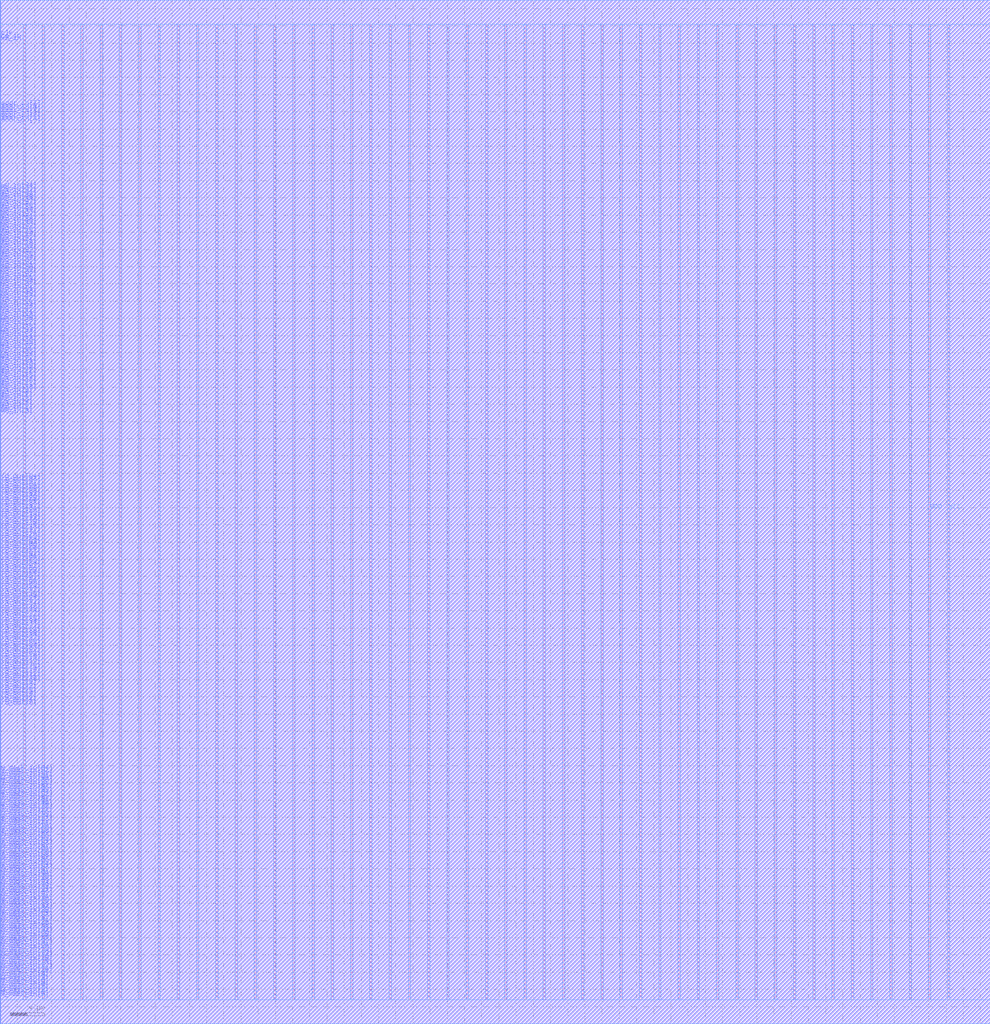
<source format=lef>
VERSION 5.7 ;
BUSBITCHARS "[]" ;
MACRO fakeram45_256x95_bottom
  FOREIGN fakeram45_256x95_bottom 0 0 ;
  SYMMETRY X Y R90 ;
  SIZE 115.140 BY 119.000 ;
  CLASS BLOCK ;
  PIN w_mask_in[0]
    DIRECTION INPUT ;
    USE SIGNAL ;
    SHAPE ABUTMENT ;
    PORT
      LAYER metal3 ;
      RECT 0.000 2.800 0.070 2.870 ;
    END
  END w_mask_in[0]
  PIN w_mask_in[1]
    DIRECTION INPUT ;
    USE SIGNAL ;
    SHAPE ABUTMENT ;
    PORT
      LAYER metal3 ;
      RECT 0.000 3.080 0.070 3.150 ;
    END
  END w_mask_in[1]
  PIN w_mask_in[2]
    DIRECTION INPUT ;
    USE SIGNAL ;
    SHAPE ABUTMENT ;
    PORT
      LAYER metal3 ;
      RECT 0.000 3.360 0.070 3.430 ;
    END
  END w_mask_in[2]
  PIN w_mask_in[3]
    DIRECTION INPUT ;
    USE SIGNAL ;
    SHAPE ABUTMENT ;
    PORT
      LAYER metal3 ;
      RECT 0.000 3.640 0.070 3.710 ;
    END
  END w_mask_in[3]
  PIN w_mask_in[4]
    DIRECTION INPUT ;
    USE SIGNAL ;
    SHAPE ABUTMENT ;
    PORT
      LAYER metal3 ;
      RECT 0.000 3.920 0.070 3.990 ;
    END
  END w_mask_in[4]
  PIN w_mask_in[5]
    DIRECTION INPUT ;
    USE SIGNAL ;
    SHAPE ABUTMENT ;
    PORT
      LAYER metal3 ;
      RECT 0.000 4.200 0.070 4.270 ;
    END
  END w_mask_in[5]
  PIN w_mask_in[6]
    DIRECTION INPUT ;
    USE SIGNAL ;
    SHAPE ABUTMENT ;
    PORT
      LAYER metal3 ;
      RECT 0.000 4.480 0.070 4.550 ;
    END
  END w_mask_in[6]
  PIN w_mask_in[7]
    DIRECTION INPUT ;
    USE SIGNAL ;
    SHAPE ABUTMENT ;
    PORT
      LAYER metal3 ;
      RECT 0.000 4.760 0.070 4.830 ;
    END
  END w_mask_in[7]
  PIN w_mask_in[8]
    DIRECTION INPUT ;
    USE SIGNAL ;
    SHAPE ABUTMENT ;
    PORT
      LAYER metal3 ;
      RECT 0.000 5.040 0.070 5.110 ;
    END
  END w_mask_in[8]
  PIN w_mask_in[9]
    DIRECTION INPUT ;
    USE SIGNAL ;
    SHAPE ABUTMENT ;
    PORT
      LAYER metal3 ;
      RECT 0.000 5.320 0.070 5.390 ;
    END
  END w_mask_in[9]
  PIN w_mask_in[10]
    DIRECTION INPUT ;
    USE SIGNAL ;
    SHAPE ABUTMENT ;
    PORT
      LAYER metal3 ;
      RECT 0.000 5.600 0.070 5.670 ;
    END
  END w_mask_in[10]
  PIN w_mask_in[11]
    DIRECTION INPUT ;
    USE SIGNAL ;
    SHAPE ABUTMENT ;
    PORT
      LAYER metal3 ;
      RECT 0.000 5.880 0.070 5.950 ;
    END
  END w_mask_in[11]
  PIN w_mask_in[12]
    DIRECTION INPUT ;
    USE SIGNAL ;
    SHAPE ABUTMENT ;
    PORT
      LAYER metal3 ;
      RECT 0.000 6.160 0.070 6.230 ;
    END
  END w_mask_in[12]
  PIN w_mask_in[13]
    DIRECTION INPUT ;
    USE SIGNAL ;
    SHAPE ABUTMENT ;
    PORT
      LAYER metal3 ;
      RECT 0.000 6.440 0.070 6.510 ;
    END
  END w_mask_in[13]
  PIN w_mask_in[14]
    DIRECTION INPUT ;
    USE SIGNAL ;
    SHAPE ABUTMENT ;
    PORT
      LAYER metal3 ;
      RECT 0.000 6.720 0.070 6.790 ;
    END
  END w_mask_in[14]
  PIN w_mask_in[15]
    DIRECTION INPUT ;
    USE SIGNAL ;
    SHAPE ABUTMENT ;
    PORT
      LAYER metal3 ;
      RECT 0.000 7.000 0.070 7.070 ;
    END
  END w_mask_in[15]
  PIN w_mask_in[16]
    DIRECTION INPUT ;
    USE SIGNAL ;
    SHAPE ABUTMENT ;
    PORT
      LAYER metal3 ;
      RECT 0.000 7.280 0.070 7.350 ;
    END
  END w_mask_in[16]
  PIN w_mask_in[17]
    DIRECTION INPUT ;
    USE SIGNAL ;
    SHAPE ABUTMENT ;
    PORT
      LAYER metal3 ;
      RECT 0.000 7.560 0.070 7.630 ;
    END
  END w_mask_in[17]
  PIN w_mask_in[18]
    DIRECTION INPUT ;
    USE SIGNAL ;
    SHAPE ABUTMENT ;
    PORT
      LAYER metal3 ;
      RECT 0.000 7.840 0.070 7.910 ;
    END
  END w_mask_in[18]
  PIN w_mask_in[19]
    DIRECTION INPUT ;
    USE SIGNAL ;
    SHAPE ABUTMENT ;
    PORT
      LAYER metal3 ;
      RECT 0.000 8.120 0.070 8.190 ;
    END
  END w_mask_in[19]
  PIN w_mask_in[20]
    DIRECTION INPUT ;
    USE SIGNAL ;
    SHAPE ABUTMENT ;
    PORT
      LAYER metal3 ;
      RECT 0.000 8.400 0.070 8.470 ;
    END
  END w_mask_in[20]
  PIN w_mask_in[21]
    DIRECTION INPUT ;
    USE SIGNAL ;
    SHAPE ABUTMENT ;
    PORT
      LAYER metal3 ;
      RECT 0.000 8.680 0.070 8.750 ;
    END
  END w_mask_in[21]
  PIN w_mask_in[22]
    DIRECTION INPUT ;
    USE SIGNAL ;
    SHAPE ABUTMENT ;
    PORT
      LAYER metal3 ;
      RECT 0.000 8.960 0.070 9.030 ;
    END
  END w_mask_in[22]
  PIN w_mask_in[23]
    DIRECTION INPUT ;
    USE SIGNAL ;
    SHAPE ABUTMENT ;
    PORT
      LAYER metal3 ;
      RECT 0.000 9.240 0.070 9.310 ;
    END
  END w_mask_in[23]
  PIN w_mask_in[24]
    DIRECTION INPUT ;
    USE SIGNAL ;
    SHAPE ABUTMENT ;
    PORT
      LAYER metal3 ;
      RECT 0.000 9.520 0.070 9.590 ;
    END
  END w_mask_in[24]
  PIN w_mask_in[25]
    DIRECTION INPUT ;
    USE SIGNAL ;
    SHAPE ABUTMENT ;
    PORT
      LAYER metal3 ;
      RECT 0.000 9.800 0.070 9.870 ;
    END
  END w_mask_in[25]
  PIN w_mask_in[26]
    DIRECTION INPUT ;
    USE SIGNAL ;
    SHAPE ABUTMENT ;
    PORT
      LAYER metal3 ;
      RECT 0.000 10.080 0.070 10.150 ;
    END
  END w_mask_in[26]
  PIN w_mask_in[27]
    DIRECTION INPUT ;
    USE SIGNAL ;
    SHAPE ABUTMENT ;
    PORT
      LAYER metal3 ;
      RECT 0.000 10.360 0.070 10.430 ;
    END
  END w_mask_in[27]
  PIN w_mask_in[28]
    DIRECTION INPUT ;
    USE SIGNAL ;
    SHAPE ABUTMENT ;
    PORT
      LAYER metal3 ;
      RECT 0.000 10.640 0.070 10.710 ;
    END
  END w_mask_in[28]
  PIN w_mask_in[29]
    DIRECTION INPUT ;
    USE SIGNAL ;
    SHAPE ABUTMENT ;
    PORT
      LAYER metal3 ;
      RECT 0.000 10.920 0.070 10.990 ;
    END
  END w_mask_in[29]
  PIN w_mask_in[30]
    DIRECTION INPUT ;
    USE SIGNAL ;
    SHAPE ABUTMENT ;
    PORT
      LAYER metal3 ;
      RECT 0.000 11.200 0.070 11.270 ;
    END
  END w_mask_in[30]
  PIN w_mask_in[31]
    DIRECTION INPUT ;
    USE SIGNAL ;
    SHAPE ABUTMENT ;
    PORT
      LAYER metal3 ;
      RECT 0.000 11.480 0.070 11.550 ;
    END
  END w_mask_in[31]
  PIN w_mask_in[32]
    DIRECTION INPUT ;
    USE SIGNAL ;
    SHAPE ABUTMENT ;
    PORT
      LAYER metal3 ;
      RECT 0.000 11.760 0.070 11.830 ;
    END
  END w_mask_in[32]
  PIN w_mask_in[33]
    DIRECTION INPUT ;
    USE SIGNAL ;
    SHAPE ABUTMENT ;
    PORT
      LAYER metal3 ;
      RECT 0.000 12.040 0.070 12.110 ;
    END
  END w_mask_in[33]
  PIN w_mask_in[34]
    DIRECTION INPUT ;
    USE SIGNAL ;
    SHAPE ABUTMENT ;
    PORT
      LAYER metal3 ;
      RECT 0.000 12.320 0.070 12.390 ;
    END
  END w_mask_in[34]
  PIN w_mask_in[35]
    DIRECTION INPUT ;
    USE SIGNAL ;
    SHAPE ABUTMENT ;
    PORT
      LAYER metal3 ;
      RECT 0.000 12.600 0.070 12.670 ;
    END
  END w_mask_in[35]
  PIN w_mask_in[36]
    DIRECTION INPUT ;
    USE SIGNAL ;
    SHAPE ABUTMENT ;
    PORT
      LAYER metal3 ;
      RECT 0.000 12.880 0.070 12.950 ;
    END
  END w_mask_in[36]
  PIN w_mask_in[37]
    DIRECTION INPUT ;
    USE SIGNAL ;
    SHAPE ABUTMENT ;
    PORT
      LAYER metal3 ;
      RECT 0.000 13.160 0.070 13.230 ;
    END
  END w_mask_in[37]
  PIN w_mask_in[38]
    DIRECTION INPUT ;
    USE SIGNAL ;
    SHAPE ABUTMENT ;
    PORT
      LAYER metal3 ;
      RECT 0.000 13.440 0.070 13.510 ;
    END
  END w_mask_in[38]
  PIN w_mask_in[39]
    DIRECTION INPUT ;
    USE SIGNAL ;
    SHAPE ABUTMENT ;
    PORT
      LAYER metal3 ;
      RECT 0.000 13.720 0.070 13.790 ;
    END
  END w_mask_in[39]
  PIN w_mask_in[40]
    DIRECTION INPUT ;
    USE SIGNAL ;
    SHAPE ABUTMENT ;
    PORT
      LAYER metal3 ;
      RECT 0.000 14.000 0.070 14.070 ;
    END
  END w_mask_in[40]
  PIN w_mask_in[41]
    DIRECTION INPUT ;
    USE SIGNAL ;
    SHAPE ABUTMENT ;
    PORT
      LAYER metal3 ;
      RECT 0.000 14.280 0.070 14.350 ;
    END
  END w_mask_in[41]
  PIN w_mask_in[42]
    DIRECTION INPUT ;
    USE SIGNAL ;
    SHAPE ABUTMENT ;
    PORT
      LAYER metal3 ;
      RECT 0.000 14.560 0.070 14.630 ;
    END
  END w_mask_in[42]
  PIN w_mask_in[43]
    DIRECTION INPUT ;
    USE SIGNAL ;
    SHAPE ABUTMENT ;
    PORT
      LAYER metal3 ;
      RECT 0.000 14.840 0.070 14.910 ;
    END
  END w_mask_in[43]
  PIN w_mask_in[44]
    DIRECTION INPUT ;
    USE SIGNAL ;
    SHAPE ABUTMENT ;
    PORT
      LAYER metal3 ;
      RECT 0.000 15.120 0.070 15.190 ;
    END
  END w_mask_in[44]
  PIN w_mask_in[45]
    DIRECTION INPUT ;
    USE SIGNAL ;
    SHAPE ABUTMENT ;
    PORT
      LAYER metal3 ;
      RECT 0.000 15.400 0.070 15.470 ;
    END
  END w_mask_in[45]
  PIN w_mask_in[46]
    DIRECTION INPUT ;
    USE SIGNAL ;
    SHAPE ABUTMENT ;
    PORT
      LAYER metal3 ;
      RECT 0.000 15.680 0.070 15.750 ;
    END
  END w_mask_in[46]
  PIN w_mask_in[47]
    DIRECTION INPUT ;
    USE SIGNAL ;
    SHAPE ABUTMENT ;
    PORT
      LAYER metal3 ;
      RECT 0.000 15.960 0.070 16.030 ;
    END
  END w_mask_in[47]
  PIN w_mask_in[48]
    DIRECTION INPUT ;
    USE SIGNAL ;
    SHAPE ABUTMENT ;
    PORT
      LAYER metal3 ;
      RECT 0.000 16.240 0.070 16.310 ;
    END
  END w_mask_in[48]
  PIN w_mask_in[49]
    DIRECTION INPUT ;
    USE SIGNAL ;
    SHAPE ABUTMENT ;
    PORT
      LAYER metal3 ;
      RECT 0.000 16.520 0.070 16.590 ;
    END
  END w_mask_in[49]
  PIN w_mask_in[50]
    DIRECTION INPUT ;
    USE SIGNAL ;
    SHAPE ABUTMENT ;
    PORT
      LAYER metal3 ;
      RECT 0.000 16.800 0.070 16.870 ;
    END
  END w_mask_in[50]
  PIN w_mask_in[51]
    DIRECTION INPUT ;
    USE SIGNAL ;
    SHAPE ABUTMENT ;
    PORT
      LAYER metal3 ;
      RECT 0.000 17.080 0.070 17.150 ;
    END
  END w_mask_in[51]
  PIN w_mask_in[52]
    DIRECTION INPUT ;
    USE SIGNAL ;
    SHAPE ABUTMENT ;
    PORT
      LAYER metal3 ;
      RECT 0.000 17.360 0.070 17.430 ;
    END
  END w_mask_in[52]
  PIN w_mask_in[53]
    DIRECTION INPUT ;
    USE SIGNAL ;
    SHAPE ABUTMENT ;
    PORT
      LAYER metal3 ;
      RECT 0.000 17.640 0.070 17.710 ;
    END
  END w_mask_in[53]
  PIN w_mask_in[54]
    DIRECTION INPUT ;
    USE SIGNAL ;
    SHAPE ABUTMENT ;
    PORT
      LAYER metal3 ;
      RECT 0.000 17.920 0.070 17.990 ;
    END
  END w_mask_in[54]
  PIN w_mask_in[55]
    DIRECTION INPUT ;
    USE SIGNAL ;
    SHAPE ABUTMENT ;
    PORT
      LAYER metal3 ;
      RECT 0.000 18.200 0.070 18.270 ;
    END
  END w_mask_in[55]
  PIN w_mask_in[56]
    DIRECTION INPUT ;
    USE SIGNAL ;
    SHAPE ABUTMENT ;
    PORT
      LAYER metal3 ;
      RECT 0.000 18.480 0.070 18.550 ;
    END
  END w_mask_in[56]
  PIN w_mask_in[57]
    DIRECTION INPUT ;
    USE SIGNAL ;
    SHAPE ABUTMENT ;
    PORT
      LAYER metal3 ;
      RECT 0.000 18.760 0.070 18.830 ;
    END
  END w_mask_in[57]
  PIN w_mask_in[58]
    DIRECTION INPUT ;
    USE SIGNAL ;
    SHAPE ABUTMENT ;
    PORT
      LAYER metal3 ;
      RECT 0.000 19.040 0.070 19.110 ;
    END
  END w_mask_in[58]
  PIN w_mask_in[59]
    DIRECTION INPUT ;
    USE SIGNAL ;
    SHAPE ABUTMENT ;
    PORT
      LAYER metal3 ;
      RECT 0.000 19.320 0.070 19.390 ;
    END
  END w_mask_in[59]
  PIN w_mask_in[60]
    DIRECTION INPUT ;
    USE SIGNAL ;
    SHAPE ABUTMENT ;
    PORT
      LAYER metal3 ;
      RECT 0.000 19.600 0.070 19.670 ;
    END
  END w_mask_in[60]
  PIN w_mask_in[61]
    DIRECTION INPUT ;
    USE SIGNAL ;
    SHAPE ABUTMENT ;
    PORT
      LAYER metal3 ;
      RECT 0.000 19.880 0.070 19.950 ;
    END
  END w_mask_in[61]
  PIN w_mask_in[62]
    DIRECTION INPUT ;
    USE SIGNAL ;
    SHAPE ABUTMENT ;
    PORT
      LAYER metal3 ;
      RECT 0.000 20.160 0.070 20.230 ;
    END
  END w_mask_in[62]
  PIN w_mask_in[63]
    DIRECTION INPUT ;
    USE SIGNAL ;
    SHAPE ABUTMENT ;
    PORT
      LAYER metal3 ;
      RECT 0.000 20.440 0.070 20.510 ;
    END
  END w_mask_in[63]
  PIN w_mask_in[64]
    DIRECTION INPUT ;
    USE SIGNAL ;
    SHAPE ABUTMENT ;
    PORT
      LAYER metal3 ;
      RECT 0.000 20.720 0.070 20.790 ;
    END
  END w_mask_in[64]
  PIN w_mask_in[65]
    DIRECTION INPUT ;
    USE SIGNAL ;
    SHAPE ABUTMENT ;
    PORT
      LAYER metal3 ;
      RECT 0.000 21.000 0.070 21.070 ;
    END
  END w_mask_in[65]
  PIN w_mask_in[66]
    DIRECTION INPUT ;
    USE SIGNAL ;
    SHAPE ABUTMENT ;
    PORT
      LAYER metal3 ;
      RECT 0.000 21.280 0.070 21.350 ;
    END
  END w_mask_in[66]
  PIN w_mask_in[67]
    DIRECTION INPUT ;
    USE SIGNAL ;
    SHAPE ABUTMENT ;
    PORT
      LAYER metal3 ;
      RECT 0.000 21.560 0.070 21.630 ;
    END
  END w_mask_in[67]
  PIN w_mask_in[68]
    DIRECTION INPUT ;
    USE SIGNAL ;
    SHAPE ABUTMENT ;
    PORT
      LAYER metal3 ;
      RECT 0.000 21.840 0.070 21.910 ;
    END
  END w_mask_in[68]
  PIN w_mask_in[69]
    DIRECTION INPUT ;
    USE SIGNAL ;
    SHAPE ABUTMENT ;
    PORT
      LAYER metal3 ;
      RECT 0.000 22.120 0.070 22.190 ;
    END
  END w_mask_in[69]
  PIN w_mask_in[70]
    DIRECTION INPUT ;
    USE SIGNAL ;
    SHAPE ABUTMENT ;
    PORT
      LAYER metal3 ;
      RECT 0.000 22.400 0.070 22.470 ;
    END
  END w_mask_in[70]
  PIN w_mask_in[71]
    DIRECTION INPUT ;
    USE SIGNAL ;
    SHAPE ABUTMENT ;
    PORT
      LAYER metal3 ;
      RECT 0.000 22.680 0.070 22.750 ;
    END
  END w_mask_in[71]
  PIN w_mask_in[72]
    DIRECTION INPUT ;
    USE SIGNAL ;
    SHAPE ABUTMENT ;
    PORT
      LAYER metal3 ;
      RECT 0.000 22.960 0.070 23.030 ;
    END
  END w_mask_in[72]
  PIN w_mask_in[73]
    DIRECTION INPUT ;
    USE SIGNAL ;
    SHAPE ABUTMENT ;
    PORT
      LAYER metal3 ;
      RECT 0.000 23.240 0.070 23.310 ;
    END
  END w_mask_in[73]
  PIN w_mask_in[74]
    DIRECTION INPUT ;
    USE SIGNAL ;
    SHAPE ABUTMENT ;
    PORT
      LAYER metal3 ;
      RECT 0.000 23.520 0.070 23.590 ;
    END
  END w_mask_in[74]
  PIN w_mask_in[75]
    DIRECTION INPUT ;
    USE SIGNAL ;
    SHAPE ABUTMENT ;
    PORT
      LAYER metal3 ;
      RECT 0.000 23.800 0.070 23.870 ;
    END
  END w_mask_in[75]
  PIN w_mask_in[76]
    DIRECTION INPUT ;
    USE SIGNAL ;
    SHAPE ABUTMENT ;
    PORT
      LAYER metal3 ;
      RECT 0.000 24.080 0.070 24.150 ;
    END
  END w_mask_in[76]
  PIN w_mask_in[77]
    DIRECTION INPUT ;
    USE SIGNAL ;
    SHAPE ABUTMENT ;
    PORT
      LAYER metal3 ;
      RECT 0.000 24.360 0.070 24.430 ;
    END
  END w_mask_in[77]
  PIN w_mask_in[78]
    DIRECTION INPUT ;
    USE SIGNAL ;
    SHAPE ABUTMENT ;
    PORT
      LAYER metal3 ;
      RECT 0.000 24.640 0.070 24.710 ;
    END
  END w_mask_in[78]
  PIN w_mask_in[79]
    DIRECTION INPUT ;
    USE SIGNAL ;
    SHAPE ABUTMENT ;
    PORT
      LAYER metal3 ;
      RECT 0.000 24.920 0.070 24.990 ;
    END
  END w_mask_in[79]
  PIN w_mask_in[80]
    DIRECTION INPUT ;
    USE SIGNAL ;
    SHAPE ABUTMENT ;
    PORT
      LAYER metal3 ;
      RECT 0.000 25.200 0.070 25.270 ;
    END
  END w_mask_in[80]
  PIN w_mask_in[81]
    DIRECTION INPUT ;
    USE SIGNAL ;
    SHAPE ABUTMENT ;
    PORT
      LAYER metal3 ;
      RECT 0.000 25.480 0.070 25.550 ;
    END
  END w_mask_in[81]
  PIN w_mask_in[82]
    DIRECTION INPUT ;
    USE SIGNAL ;
    SHAPE ABUTMENT ;
    PORT
      LAYER metal3 ;
      RECT 0.000 25.760 0.070 25.830 ;
    END
  END w_mask_in[82]
  PIN w_mask_in[83]
    DIRECTION INPUT ;
    USE SIGNAL ;
    SHAPE ABUTMENT ;
    PORT
      LAYER metal3 ;
      RECT 0.000 26.040 0.070 26.110 ;
    END
  END w_mask_in[83]
  PIN w_mask_in[84]
    DIRECTION INPUT ;
    USE SIGNAL ;
    SHAPE ABUTMENT ;
    PORT
      LAYER metal3 ;
      RECT 0.000 26.320 0.070 26.390 ;
    END
  END w_mask_in[84]
  PIN w_mask_in[85]
    DIRECTION INPUT ;
    USE SIGNAL ;
    SHAPE ABUTMENT ;
    PORT
      LAYER metal3 ;
      RECT 0.000 26.600 0.070 26.670 ;
    END
  END w_mask_in[85]
  PIN w_mask_in[86]
    DIRECTION INPUT ;
    USE SIGNAL ;
    SHAPE ABUTMENT ;
    PORT
      LAYER metal3 ;
      RECT 0.000 26.880 0.070 26.950 ;
    END
  END w_mask_in[86]
  PIN w_mask_in[87]
    DIRECTION INPUT ;
    USE SIGNAL ;
    SHAPE ABUTMENT ;
    PORT
      LAYER metal3 ;
      RECT 0.000 27.160 0.070 27.230 ;
    END
  END w_mask_in[87]
  PIN w_mask_in[88]
    DIRECTION INPUT ;
    USE SIGNAL ;
    SHAPE ABUTMENT ;
    PORT
      LAYER metal3 ;
      RECT 0.000 27.440 0.070 27.510 ;
    END
  END w_mask_in[88]
  PIN w_mask_in[89]
    DIRECTION INPUT ;
    USE SIGNAL ;
    SHAPE ABUTMENT ;
    PORT
      LAYER metal3 ;
      RECT 0.000 27.720 0.070 27.790 ;
    END
  END w_mask_in[89]
  PIN w_mask_in[90]
    DIRECTION INPUT ;
    USE SIGNAL ;
    SHAPE ABUTMENT ;
    PORT
      LAYER metal3 ;
      RECT 0.000 28.000 0.070 28.070 ;
    END
  END w_mask_in[90]
  PIN w_mask_in[91]
    DIRECTION INPUT ;
    USE SIGNAL ;
    SHAPE ABUTMENT ;
    PORT
      LAYER metal3 ;
      RECT 0.000 28.280 0.070 28.350 ;
    END
  END w_mask_in[91]
  PIN w_mask_in[92]
    DIRECTION INPUT ;
    USE SIGNAL ;
    SHAPE ABUTMENT ;
    PORT
      LAYER metal3 ;
      RECT 0.000 28.560 0.070 28.630 ;
    END
  END w_mask_in[92]
  PIN w_mask_in[93]
    DIRECTION INPUT ;
    USE SIGNAL ;
    SHAPE ABUTMENT ;
    PORT
      LAYER metal3 ;
      RECT 0.000 28.840 0.070 28.910 ;
    END
  END w_mask_in[93]
  PIN w_mask_in[94]
    DIRECTION INPUT ;
    USE SIGNAL ;
    SHAPE ABUTMENT ;
    PORT
      LAYER metal3 ;
      RECT 0.000 29.120 0.070 29.190 ;
    END
  END w_mask_in[94]
  PIN rd_out[0]
    DIRECTION OUTPUT ;
    USE SIGNAL ;
    SHAPE ABUTMENT ;
    PORT
      LAYER metal3 ;
      RECT 0.000 36.680 0.070 36.750 ;
    END
  END rd_out[0]
  PIN rd_out[1]
    DIRECTION OUTPUT ;
    USE SIGNAL ;
    SHAPE ABUTMENT ;
    PORT
      LAYER metal3 ;
      RECT 0.000 36.960 0.070 37.030 ;
    END
  END rd_out[1]
  PIN rd_out[2]
    DIRECTION OUTPUT ;
    USE SIGNAL ;
    SHAPE ABUTMENT ;
    PORT
      LAYER metal3 ;
      RECT 0.000 37.240 0.070 37.310 ;
    END
  END rd_out[2]
  PIN rd_out[3]
    DIRECTION OUTPUT ;
    USE SIGNAL ;
    SHAPE ABUTMENT ;
    PORT
      LAYER metal3 ;
      RECT 0.000 37.520 0.070 37.590 ;
    END
  END rd_out[3]
  PIN rd_out[4]
    DIRECTION OUTPUT ;
    USE SIGNAL ;
    SHAPE ABUTMENT ;
    PORT
      LAYER metal3 ;
      RECT 0.000 37.800 0.070 37.870 ;
    END
  END rd_out[4]
  PIN rd_out[5]
    DIRECTION OUTPUT ;
    USE SIGNAL ;
    SHAPE ABUTMENT ;
    PORT
      LAYER metal3 ;
      RECT 0.000 38.080 0.070 38.150 ;
    END
  END rd_out[5]
  PIN rd_out[6]
    DIRECTION OUTPUT ;
    USE SIGNAL ;
    SHAPE ABUTMENT ;
    PORT
      LAYER metal3 ;
      RECT 0.000 38.360 0.070 38.430 ;
    END
  END rd_out[6]
  PIN rd_out[7]
    DIRECTION OUTPUT ;
    USE SIGNAL ;
    SHAPE ABUTMENT ;
    PORT
      LAYER metal3 ;
      RECT 0.000 38.640 0.070 38.710 ;
    END
  END rd_out[7]
  PIN rd_out[8]
    DIRECTION OUTPUT ;
    USE SIGNAL ;
    SHAPE ABUTMENT ;
    PORT
      LAYER metal3 ;
      RECT 0.000 38.920 0.070 38.990 ;
    END
  END rd_out[8]
  PIN rd_out[9]
    DIRECTION OUTPUT ;
    USE SIGNAL ;
    SHAPE ABUTMENT ;
    PORT
      LAYER metal3 ;
      RECT 0.000 39.200 0.070 39.270 ;
    END
  END rd_out[9]
  PIN rd_out[10]
    DIRECTION OUTPUT ;
    USE SIGNAL ;
    SHAPE ABUTMENT ;
    PORT
      LAYER metal3 ;
      RECT 0.000 39.480 0.070 39.550 ;
    END
  END rd_out[10]
  PIN rd_out[11]
    DIRECTION OUTPUT ;
    USE SIGNAL ;
    SHAPE ABUTMENT ;
    PORT
      LAYER metal3 ;
      RECT 0.000 39.760 0.070 39.830 ;
    END
  END rd_out[11]
  PIN rd_out[12]
    DIRECTION OUTPUT ;
    USE SIGNAL ;
    SHAPE ABUTMENT ;
    PORT
      LAYER metal3 ;
      RECT 0.000 40.040 0.070 40.110 ;
    END
  END rd_out[12]
  PIN rd_out[13]
    DIRECTION OUTPUT ;
    USE SIGNAL ;
    SHAPE ABUTMENT ;
    PORT
      LAYER metal3 ;
      RECT 0.000 40.320 0.070 40.390 ;
    END
  END rd_out[13]
  PIN rd_out[14]
    DIRECTION OUTPUT ;
    USE SIGNAL ;
    SHAPE ABUTMENT ;
    PORT
      LAYER metal3 ;
      RECT 0.000 40.600 0.070 40.670 ;
    END
  END rd_out[14]
  PIN rd_out[15]
    DIRECTION OUTPUT ;
    USE SIGNAL ;
    SHAPE ABUTMENT ;
    PORT
      LAYER metal3 ;
      RECT 0.000 40.880 0.070 40.950 ;
    END
  END rd_out[15]
  PIN rd_out[16]
    DIRECTION OUTPUT ;
    USE SIGNAL ;
    SHAPE ABUTMENT ;
    PORT
      LAYER metal3 ;
      RECT 0.000 41.160 0.070 41.230 ;
    END
  END rd_out[16]
  PIN rd_out[17]
    DIRECTION OUTPUT ;
    USE SIGNAL ;
    SHAPE ABUTMENT ;
    PORT
      LAYER metal3 ;
      RECT 0.000 41.440 0.070 41.510 ;
    END
  END rd_out[17]
  PIN rd_out[18]
    DIRECTION OUTPUT ;
    USE SIGNAL ;
    SHAPE ABUTMENT ;
    PORT
      LAYER metal3 ;
      RECT 0.000 41.720 0.070 41.790 ;
    END
  END rd_out[18]
  PIN rd_out[19]
    DIRECTION OUTPUT ;
    USE SIGNAL ;
    SHAPE ABUTMENT ;
    PORT
      LAYER metal3 ;
      RECT 0.000 42.000 0.070 42.070 ;
    END
  END rd_out[19]
  PIN rd_out[20]
    DIRECTION OUTPUT ;
    USE SIGNAL ;
    SHAPE ABUTMENT ;
    PORT
      LAYER metal3 ;
      RECT 0.000 42.280 0.070 42.350 ;
    END
  END rd_out[20]
  PIN rd_out[21]
    DIRECTION OUTPUT ;
    USE SIGNAL ;
    SHAPE ABUTMENT ;
    PORT
      LAYER metal3 ;
      RECT 0.000 42.560 0.070 42.630 ;
    END
  END rd_out[21]
  PIN rd_out[22]
    DIRECTION OUTPUT ;
    USE SIGNAL ;
    SHAPE ABUTMENT ;
    PORT
      LAYER metal3 ;
      RECT 0.000 42.840 0.070 42.910 ;
    END
  END rd_out[22]
  PIN rd_out[23]
    DIRECTION OUTPUT ;
    USE SIGNAL ;
    SHAPE ABUTMENT ;
    PORT
      LAYER metal3 ;
      RECT 0.000 43.120 0.070 43.190 ;
    END
  END rd_out[23]
  PIN rd_out[24]
    DIRECTION OUTPUT ;
    USE SIGNAL ;
    SHAPE ABUTMENT ;
    PORT
      LAYER metal3 ;
      RECT 0.000 43.400 0.070 43.470 ;
    END
  END rd_out[24]
  PIN rd_out[25]
    DIRECTION OUTPUT ;
    USE SIGNAL ;
    SHAPE ABUTMENT ;
    PORT
      LAYER metal3 ;
      RECT 0.000 43.680 0.070 43.750 ;
    END
  END rd_out[25]
  PIN rd_out[26]
    DIRECTION OUTPUT ;
    USE SIGNAL ;
    SHAPE ABUTMENT ;
    PORT
      LAYER metal3 ;
      RECT 0.000 43.960 0.070 44.030 ;
    END
  END rd_out[26]
  PIN rd_out[27]
    DIRECTION OUTPUT ;
    USE SIGNAL ;
    SHAPE ABUTMENT ;
    PORT
      LAYER metal3 ;
      RECT 0.000 44.240 0.070 44.310 ;
    END
  END rd_out[27]
  PIN rd_out[28]
    DIRECTION OUTPUT ;
    USE SIGNAL ;
    SHAPE ABUTMENT ;
    PORT
      LAYER metal3 ;
      RECT 0.000 44.520 0.070 44.590 ;
    END
  END rd_out[28]
  PIN rd_out[29]
    DIRECTION OUTPUT ;
    USE SIGNAL ;
    SHAPE ABUTMENT ;
    PORT
      LAYER metal3 ;
      RECT 0.000 44.800 0.070 44.870 ;
    END
  END rd_out[29]
  PIN rd_out[30]
    DIRECTION OUTPUT ;
    USE SIGNAL ;
    SHAPE ABUTMENT ;
    PORT
      LAYER metal3 ;
      RECT 0.000 45.080 0.070 45.150 ;
    END
  END rd_out[30]
  PIN rd_out[31]
    DIRECTION OUTPUT ;
    USE SIGNAL ;
    SHAPE ABUTMENT ;
    PORT
      LAYER metal3 ;
      RECT 0.000 45.360 0.070 45.430 ;
    END
  END rd_out[31]
  PIN rd_out[32]
    DIRECTION OUTPUT ;
    USE SIGNAL ;
    SHAPE ABUTMENT ;
    PORT
      LAYER metal3 ;
      RECT 0.000 45.640 0.070 45.710 ;
    END
  END rd_out[32]
  PIN rd_out[33]
    DIRECTION OUTPUT ;
    USE SIGNAL ;
    SHAPE ABUTMENT ;
    PORT
      LAYER metal3 ;
      RECT 0.000 45.920 0.070 45.990 ;
    END
  END rd_out[33]
  PIN rd_out[34]
    DIRECTION OUTPUT ;
    USE SIGNAL ;
    SHAPE ABUTMENT ;
    PORT
      LAYER metal3 ;
      RECT 0.000 46.200 0.070 46.270 ;
    END
  END rd_out[34]
  PIN rd_out[35]
    DIRECTION OUTPUT ;
    USE SIGNAL ;
    SHAPE ABUTMENT ;
    PORT
      LAYER metal3 ;
      RECT 0.000 46.480 0.070 46.550 ;
    END
  END rd_out[35]
  PIN rd_out[36]
    DIRECTION OUTPUT ;
    USE SIGNAL ;
    SHAPE ABUTMENT ;
    PORT
      LAYER metal3 ;
      RECT 0.000 46.760 0.070 46.830 ;
    END
  END rd_out[36]
  PIN rd_out[37]
    DIRECTION OUTPUT ;
    USE SIGNAL ;
    SHAPE ABUTMENT ;
    PORT
      LAYER metal3 ;
      RECT 0.000 47.040 0.070 47.110 ;
    END
  END rd_out[37]
  PIN rd_out[38]
    DIRECTION OUTPUT ;
    USE SIGNAL ;
    SHAPE ABUTMENT ;
    PORT
      LAYER metal3 ;
      RECT 0.000 47.320 0.070 47.390 ;
    END
  END rd_out[38]
  PIN rd_out[39]
    DIRECTION OUTPUT ;
    USE SIGNAL ;
    SHAPE ABUTMENT ;
    PORT
      LAYER metal3 ;
      RECT 0.000 47.600 0.070 47.670 ;
    END
  END rd_out[39]
  PIN rd_out[40]
    DIRECTION OUTPUT ;
    USE SIGNAL ;
    SHAPE ABUTMENT ;
    PORT
      LAYER metal3 ;
      RECT 0.000 47.880 0.070 47.950 ;
    END
  END rd_out[40]
  PIN rd_out[41]
    DIRECTION OUTPUT ;
    USE SIGNAL ;
    SHAPE ABUTMENT ;
    PORT
      LAYER metal3 ;
      RECT 0.000 48.160 0.070 48.230 ;
    END
  END rd_out[41]
  PIN rd_out[42]
    DIRECTION OUTPUT ;
    USE SIGNAL ;
    SHAPE ABUTMENT ;
    PORT
      LAYER metal3 ;
      RECT 0.000 48.440 0.070 48.510 ;
    END
  END rd_out[42]
  PIN rd_out[43]
    DIRECTION OUTPUT ;
    USE SIGNAL ;
    SHAPE ABUTMENT ;
    PORT
      LAYER metal3 ;
      RECT 0.000 48.720 0.070 48.790 ;
    END
  END rd_out[43]
  PIN rd_out[44]
    DIRECTION OUTPUT ;
    USE SIGNAL ;
    SHAPE ABUTMENT ;
    PORT
      LAYER metal3 ;
      RECT 0.000 49.000 0.070 49.070 ;
    END
  END rd_out[44]
  PIN rd_out[45]
    DIRECTION OUTPUT ;
    USE SIGNAL ;
    SHAPE ABUTMENT ;
    PORT
      LAYER metal3 ;
      RECT 0.000 49.280 0.070 49.350 ;
    END
  END rd_out[45]
  PIN rd_out[46]
    DIRECTION OUTPUT ;
    USE SIGNAL ;
    SHAPE ABUTMENT ;
    PORT
      LAYER metal3 ;
      RECT 0.000 49.560 0.070 49.630 ;
    END
  END rd_out[46]
  PIN rd_out[47]
    DIRECTION OUTPUT ;
    USE SIGNAL ;
    SHAPE ABUTMENT ;
    PORT
      LAYER metal3 ;
      RECT 0.000 49.840 0.070 49.910 ;
    END
  END rd_out[47]
  PIN rd_out[48]
    DIRECTION OUTPUT ;
    USE SIGNAL ;
    SHAPE ABUTMENT ;
    PORT
      LAYER metal3 ;
      RECT 0.000 50.120 0.070 50.190 ;
    END
  END rd_out[48]
  PIN rd_out[49]
    DIRECTION OUTPUT ;
    USE SIGNAL ;
    SHAPE ABUTMENT ;
    PORT
      LAYER metal3 ;
      RECT 0.000 50.400 0.070 50.470 ;
    END
  END rd_out[49]
  PIN rd_out[50]
    DIRECTION OUTPUT ;
    USE SIGNAL ;
    SHAPE ABUTMENT ;
    PORT
      LAYER metal3 ;
      RECT 0.000 50.680 0.070 50.750 ;
    END
  END rd_out[50]
  PIN rd_out[51]
    DIRECTION OUTPUT ;
    USE SIGNAL ;
    SHAPE ABUTMENT ;
    PORT
      LAYER metal3 ;
      RECT 0.000 50.960 0.070 51.030 ;
    END
  END rd_out[51]
  PIN rd_out[52]
    DIRECTION OUTPUT ;
    USE SIGNAL ;
    SHAPE ABUTMENT ;
    PORT
      LAYER metal3 ;
      RECT 0.000 51.240 0.070 51.310 ;
    END
  END rd_out[52]
  PIN rd_out[53]
    DIRECTION OUTPUT ;
    USE SIGNAL ;
    SHAPE ABUTMENT ;
    PORT
      LAYER metal3 ;
      RECT 0.000 51.520 0.070 51.590 ;
    END
  END rd_out[53]
  PIN rd_out[54]
    DIRECTION OUTPUT ;
    USE SIGNAL ;
    SHAPE ABUTMENT ;
    PORT
      LAYER metal3 ;
      RECT 0.000 51.800 0.070 51.870 ;
    END
  END rd_out[54]
  PIN rd_out[55]
    DIRECTION OUTPUT ;
    USE SIGNAL ;
    SHAPE ABUTMENT ;
    PORT
      LAYER metal3 ;
      RECT 0.000 52.080 0.070 52.150 ;
    END
  END rd_out[55]
  PIN rd_out[56]
    DIRECTION OUTPUT ;
    USE SIGNAL ;
    SHAPE ABUTMENT ;
    PORT
      LAYER metal3 ;
      RECT 0.000 52.360 0.070 52.430 ;
    END
  END rd_out[56]
  PIN rd_out[57]
    DIRECTION OUTPUT ;
    USE SIGNAL ;
    SHAPE ABUTMENT ;
    PORT
      LAYER metal3 ;
      RECT 0.000 52.640 0.070 52.710 ;
    END
  END rd_out[57]
  PIN rd_out[58]
    DIRECTION OUTPUT ;
    USE SIGNAL ;
    SHAPE ABUTMENT ;
    PORT
      LAYER metal3 ;
      RECT 0.000 52.920 0.070 52.990 ;
    END
  END rd_out[58]
  PIN rd_out[59]
    DIRECTION OUTPUT ;
    USE SIGNAL ;
    SHAPE ABUTMENT ;
    PORT
      LAYER metal3 ;
      RECT 0.000 53.200 0.070 53.270 ;
    END
  END rd_out[59]
  PIN rd_out[60]
    DIRECTION OUTPUT ;
    USE SIGNAL ;
    SHAPE ABUTMENT ;
    PORT
      LAYER metal3 ;
      RECT 0.000 53.480 0.070 53.550 ;
    END
  END rd_out[60]
  PIN rd_out[61]
    DIRECTION OUTPUT ;
    USE SIGNAL ;
    SHAPE ABUTMENT ;
    PORT
      LAYER metal3 ;
      RECT 0.000 53.760 0.070 53.830 ;
    END
  END rd_out[61]
  PIN rd_out[62]
    DIRECTION OUTPUT ;
    USE SIGNAL ;
    SHAPE ABUTMENT ;
    PORT
      LAYER metal3 ;
      RECT 0.000 54.040 0.070 54.110 ;
    END
  END rd_out[62]
  PIN rd_out[63]
    DIRECTION OUTPUT ;
    USE SIGNAL ;
    SHAPE ABUTMENT ;
    PORT
      LAYER metal3 ;
      RECT 0.000 54.320 0.070 54.390 ;
    END
  END rd_out[63]
  PIN rd_out[64]
    DIRECTION OUTPUT ;
    USE SIGNAL ;
    SHAPE ABUTMENT ;
    PORT
      LAYER metal3 ;
      RECT 0.000 54.600 0.070 54.670 ;
    END
  END rd_out[64]
  PIN rd_out[65]
    DIRECTION OUTPUT ;
    USE SIGNAL ;
    SHAPE ABUTMENT ;
    PORT
      LAYER metal3 ;
      RECT 0.000 54.880 0.070 54.950 ;
    END
  END rd_out[65]
  PIN rd_out[66]
    DIRECTION OUTPUT ;
    USE SIGNAL ;
    SHAPE ABUTMENT ;
    PORT
      LAYER metal3 ;
      RECT 0.000 55.160 0.070 55.230 ;
    END
  END rd_out[66]
  PIN rd_out[67]
    DIRECTION OUTPUT ;
    USE SIGNAL ;
    SHAPE ABUTMENT ;
    PORT
      LAYER metal3 ;
      RECT 0.000 55.440 0.070 55.510 ;
    END
  END rd_out[67]
  PIN rd_out[68]
    DIRECTION OUTPUT ;
    USE SIGNAL ;
    SHAPE ABUTMENT ;
    PORT
      LAYER metal3 ;
      RECT 0.000 55.720 0.070 55.790 ;
    END
  END rd_out[68]
  PIN rd_out[69]
    DIRECTION OUTPUT ;
    USE SIGNAL ;
    SHAPE ABUTMENT ;
    PORT
      LAYER metal3 ;
      RECT 0.000 56.000 0.070 56.070 ;
    END
  END rd_out[69]
  PIN rd_out[70]
    DIRECTION OUTPUT ;
    USE SIGNAL ;
    SHAPE ABUTMENT ;
    PORT
      LAYER metal3 ;
      RECT 0.000 56.280 0.070 56.350 ;
    END
  END rd_out[70]
  PIN rd_out[71]
    DIRECTION OUTPUT ;
    USE SIGNAL ;
    SHAPE ABUTMENT ;
    PORT
      LAYER metal3 ;
      RECT 0.000 56.560 0.070 56.630 ;
    END
  END rd_out[71]
  PIN rd_out[72]
    DIRECTION OUTPUT ;
    USE SIGNAL ;
    SHAPE ABUTMENT ;
    PORT
      LAYER metal3 ;
      RECT 0.000 56.840 0.070 56.910 ;
    END
  END rd_out[72]
  PIN rd_out[73]
    DIRECTION OUTPUT ;
    USE SIGNAL ;
    SHAPE ABUTMENT ;
    PORT
      LAYER metal3 ;
      RECT 0.000 57.120 0.070 57.190 ;
    END
  END rd_out[73]
  PIN rd_out[74]
    DIRECTION OUTPUT ;
    USE SIGNAL ;
    SHAPE ABUTMENT ;
    PORT
      LAYER metal3 ;
      RECT 0.000 57.400 0.070 57.470 ;
    END
  END rd_out[74]
  PIN rd_out[75]
    DIRECTION OUTPUT ;
    USE SIGNAL ;
    SHAPE ABUTMENT ;
    PORT
      LAYER metal3 ;
      RECT 0.000 57.680 0.070 57.750 ;
    END
  END rd_out[75]
  PIN rd_out[76]
    DIRECTION OUTPUT ;
    USE SIGNAL ;
    SHAPE ABUTMENT ;
    PORT
      LAYER metal3 ;
      RECT 0.000 57.960 0.070 58.030 ;
    END
  END rd_out[76]
  PIN rd_out[77]
    DIRECTION OUTPUT ;
    USE SIGNAL ;
    SHAPE ABUTMENT ;
    PORT
      LAYER metal3 ;
      RECT 0.000 58.240 0.070 58.310 ;
    END
  END rd_out[77]
  PIN rd_out[78]
    DIRECTION OUTPUT ;
    USE SIGNAL ;
    SHAPE ABUTMENT ;
    PORT
      LAYER metal3 ;
      RECT 0.000 58.520 0.070 58.590 ;
    END
  END rd_out[78]
  PIN rd_out[79]
    DIRECTION OUTPUT ;
    USE SIGNAL ;
    SHAPE ABUTMENT ;
    PORT
      LAYER metal3 ;
      RECT 0.000 58.800 0.070 58.870 ;
    END
  END rd_out[79]
  PIN rd_out[80]
    DIRECTION OUTPUT ;
    USE SIGNAL ;
    SHAPE ABUTMENT ;
    PORT
      LAYER metal3 ;
      RECT 0.000 59.080 0.070 59.150 ;
    END
  END rd_out[80]
  PIN rd_out[81]
    DIRECTION OUTPUT ;
    USE SIGNAL ;
    SHAPE ABUTMENT ;
    PORT
      LAYER metal3 ;
      RECT 0.000 59.360 0.070 59.430 ;
    END
  END rd_out[81]
  PIN rd_out[82]
    DIRECTION OUTPUT ;
    USE SIGNAL ;
    SHAPE ABUTMENT ;
    PORT
      LAYER metal3 ;
      RECT 0.000 59.640 0.070 59.710 ;
    END
  END rd_out[82]
  PIN rd_out[83]
    DIRECTION OUTPUT ;
    USE SIGNAL ;
    SHAPE ABUTMENT ;
    PORT
      LAYER metal3 ;
      RECT 0.000 59.920 0.070 59.990 ;
    END
  END rd_out[83]
  PIN rd_out[84]
    DIRECTION OUTPUT ;
    USE SIGNAL ;
    SHAPE ABUTMENT ;
    PORT
      LAYER metal3 ;
      RECT 0.000 60.200 0.070 60.270 ;
    END
  END rd_out[84]
  PIN rd_out[85]
    DIRECTION OUTPUT ;
    USE SIGNAL ;
    SHAPE ABUTMENT ;
    PORT
      LAYER metal3 ;
      RECT 0.000 60.480 0.070 60.550 ;
    END
  END rd_out[85]
  PIN rd_out[86]
    DIRECTION OUTPUT ;
    USE SIGNAL ;
    SHAPE ABUTMENT ;
    PORT
      LAYER metal3 ;
      RECT 0.000 60.760 0.070 60.830 ;
    END
  END rd_out[86]
  PIN rd_out[87]
    DIRECTION OUTPUT ;
    USE SIGNAL ;
    SHAPE ABUTMENT ;
    PORT
      LAYER metal3 ;
      RECT 0.000 61.040 0.070 61.110 ;
    END
  END rd_out[87]
  PIN rd_out[88]
    DIRECTION OUTPUT ;
    USE SIGNAL ;
    SHAPE ABUTMENT ;
    PORT
      LAYER metal3 ;
      RECT 0.000 61.320 0.070 61.390 ;
    END
  END rd_out[88]
  PIN rd_out[89]
    DIRECTION OUTPUT ;
    USE SIGNAL ;
    SHAPE ABUTMENT ;
    PORT
      LAYER metal3 ;
      RECT 0.000 61.600 0.070 61.670 ;
    END
  END rd_out[89]
  PIN rd_out[90]
    DIRECTION OUTPUT ;
    USE SIGNAL ;
    SHAPE ABUTMENT ;
    PORT
      LAYER metal3 ;
      RECT 0.000 61.880 0.070 61.950 ;
    END
  END rd_out[90]
  PIN rd_out[91]
    DIRECTION OUTPUT ;
    USE SIGNAL ;
    SHAPE ABUTMENT ;
    PORT
      LAYER metal3 ;
      RECT 0.000 62.160 0.070 62.230 ;
    END
  END rd_out[91]
  PIN rd_out[92]
    DIRECTION OUTPUT ;
    USE SIGNAL ;
    SHAPE ABUTMENT ;
    PORT
      LAYER metal3 ;
      RECT 0.000 62.440 0.070 62.510 ;
    END
  END rd_out[92]
  PIN rd_out[93]
    DIRECTION OUTPUT ;
    USE SIGNAL ;
    SHAPE ABUTMENT ;
    PORT
      LAYER metal3 ;
      RECT 0.000 62.720 0.070 62.790 ;
    END
  END rd_out[93]
  PIN rd_out[94]
    DIRECTION OUTPUT ;
    USE SIGNAL ;
    SHAPE ABUTMENT ;
    PORT
      LAYER metal3 ;
      RECT 0.000 63.000 0.070 63.070 ;
    END
  END rd_out[94]
  PIN wd_in[0]
    DIRECTION INPUT ;
    USE SIGNAL ;
    SHAPE ABUTMENT ;
    PORT
      LAYER metal3 ;
      RECT 0.000 70.560 0.070 70.630 ;
    END
  END wd_in[0]
  PIN wd_in[1]
    DIRECTION INPUT ;
    USE SIGNAL ;
    SHAPE ABUTMENT ;
    PORT
      LAYER metal3 ;
      RECT 0.000 70.840 0.070 70.910 ;
    END
  END wd_in[1]
  PIN wd_in[2]
    DIRECTION INPUT ;
    USE SIGNAL ;
    SHAPE ABUTMENT ;
    PORT
      LAYER metal3 ;
      RECT 0.000 71.120 0.070 71.190 ;
    END
  END wd_in[2]
  PIN wd_in[3]
    DIRECTION INPUT ;
    USE SIGNAL ;
    SHAPE ABUTMENT ;
    PORT
      LAYER metal3 ;
      RECT 0.000 71.400 0.070 71.470 ;
    END
  END wd_in[3]
  PIN wd_in[4]
    DIRECTION INPUT ;
    USE SIGNAL ;
    SHAPE ABUTMENT ;
    PORT
      LAYER metal3 ;
      RECT 0.000 71.680 0.070 71.750 ;
    END
  END wd_in[4]
  PIN wd_in[5]
    DIRECTION INPUT ;
    USE SIGNAL ;
    SHAPE ABUTMENT ;
    PORT
      LAYER metal3 ;
      RECT 0.000 71.960 0.070 72.030 ;
    END
  END wd_in[5]
  PIN wd_in[6]
    DIRECTION INPUT ;
    USE SIGNAL ;
    SHAPE ABUTMENT ;
    PORT
      LAYER metal3 ;
      RECT 0.000 72.240 0.070 72.310 ;
    END
  END wd_in[6]
  PIN wd_in[7]
    DIRECTION INPUT ;
    USE SIGNAL ;
    SHAPE ABUTMENT ;
    PORT
      LAYER metal3 ;
      RECT 0.000 72.520 0.070 72.590 ;
    END
  END wd_in[7]
  PIN wd_in[8]
    DIRECTION INPUT ;
    USE SIGNAL ;
    SHAPE ABUTMENT ;
    PORT
      LAYER metal3 ;
      RECT 0.000 72.800 0.070 72.870 ;
    END
  END wd_in[8]
  PIN wd_in[9]
    DIRECTION INPUT ;
    USE SIGNAL ;
    SHAPE ABUTMENT ;
    PORT
      LAYER metal3 ;
      RECT 0.000 73.080 0.070 73.150 ;
    END
  END wd_in[9]
  PIN wd_in[10]
    DIRECTION INPUT ;
    USE SIGNAL ;
    SHAPE ABUTMENT ;
    PORT
      LAYER metal3 ;
      RECT 0.000 73.360 0.070 73.430 ;
    END
  END wd_in[10]
  PIN wd_in[11]
    DIRECTION INPUT ;
    USE SIGNAL ;
    SHAPE ABUTMENT ;
    PORT
      LAYER metal3 ;
      RECT 0.000 73.640 0.070 73.710 ;
    END
  END wd_in[11]
  PIN wd_in[12]
    DIRECTION INPUT ;
    USE SIGNAL ;
    SHAPE ABUTMENT ;
    PORT
      LAYER metal3 ;
      RECT 0.000 73.920 0.070 73.990 ;
    END
  END wd_in[12]
  PIN wd_in[13]
    DIRECTION INPUT ;
    USE SIGNAL ;
    SHAPE ABUTMENT ;
    PORT
      LAYER metal3 ;
      RECT 0.000 74.200 0.070 74.270 ;
    END
  END wd_in[13]
  PIN wd_in[14]
    DIRECTION INPUT ;
    USE SIGNAL ;
    SHAPE ABUTMENT ;
    PORT
      LAYER metal3 ;
      RECT 0.000 74.480 0.070 74.550 ;
    END
  END wd_in[14]
  PIN wd_in[15]
    DIRECTION INPUT ;
    USE SIGNAL ;
    SHAPE ABUTMENT ;
    PORT
      LAYER metal3 ;
      RECT 0.000 74.760 0.070 74.830 ;
    END
  END wd_in[15]
  PIN wd_in[16]
    DIRECTION INPUT ;
    USE SIGNAL ;
    SHAPE ABUTMENT ;
    PORT
      LAYER metal3 ;
      RECT 0.000 75.040 0.070 75.110 ;
    END
  END wd_in[16]
  PIN wd_in[17]
    DIRECTION INPUT ;
    USE SIGNAL ;
    SHAPE ABUTMENT ;
    PORT
      LAYER metal3 ;
      RECT 0.000 75.320 0.070 75.390 ;
    END
  END wd_in[17]
  PIN wd_in[18]
    DIRECTION INPUT ;
    USE SIGNAL ;
    SHAPE ABUTMENT ;
    PORT
      LAYER metal3 ;
      RECT 0.000 75.600 0.070 75.670 ;
    END
  END wd_in[18]
  PIN wd_in[19]
    DIRECTION INPUT ;
    USE SIGNAL ;
    SHAPE ABUTMENT ;
    PORT
      LAYER metal3 ;
      RECT 0.000 75.880 0.070 75.950 ;
    END
  END wd_in[19]
  PIN wd_in[20]
    DIRECTION INPUT ;
    USE SIGNAL ;
    SHAPE ABUTMENT ;
    PORT
      LAYER metal3 ;
      RECT 0.000 76.160 0.070 76.230 ;
    END
  END wd_in[20]
  PIN wd_in[21]
    DIRECTION INPUT ;
    USE SIGNAL ;
    SHAPE ABUTMENT ;
    PORT
      LAYER metal3 ;
      RECT 0.000 76.440 0.070 76.510 ;
    END
  END wd_in[21]
  PIN wd_in[22]
    DIRECTION INPUT ;
    USE SIGNAL ;
    SHAPE ABUTMENT ;
    PORT
      LAYER metal3 ;
      RECT 0.000 76.720 0.070 76.790 ;
    END
  END wd_in[22]
  PIN wd_in[23]
    DIRECTION INPUT ;
    USE SIGNAL ;
    SHAPE ABUTMENT ;
    PORT
      LAYER metal3 ;
      RECT 0.000 77.000 0.070 77.070 ;
    END
  END wd_in[23]
  PIN wd_in[24]
    DIRECTION INPUT ;
    USE SIGNAL ;
    SHAPE ABUTMENT ;
    PORT
      LAYER metal3 ;
      RECT 0.000 77.280 0.070 77.350 ;
    END
  END wd_in[24]
  PIN wd_in[25]
    DIRECTION INPUT ;
    USE SIGNAL ;
    SHAPE ABUTMENT ;
    PORT
      LAYER metal3 ;
      RECT 0.000 77.560 0.070 77.630 ;
    END
  END wd_in[25]
  PIN wd_in[26]
    DIRECTION INPUT ;
    USE SIGNAL ;
    SHAPE ABUTMENT ;
    PORT
      LAYER metal3 ;
      RECT 0.000 77.840 0.070 77.910 ;
    END
  END wd_in[26]
  PIN wd_in[27]
    DIRECTION INPUT ;
    USE SIGNAL ;
    SHAPE ABUTMENT ;
    PORT
      LAYER metal3 ;
      RECT 0.000 78.120 0.070 78.190 ;
    END
  END wd_in[27]
  PIN wd_in[28]
    DIRECTION INPUT ;
    USE SIGNAL ;
    SHAPE ABUTMENT ;
    PORT
      LAYER metal3 ;
      RECT 0.000 78.400 0.070 78.470 ;
    END
  END wd_in[28]
  PIN wd_in[29]
    DIRECTION INPUT ;
    USE SIGNAL ;
    SHAPE ABUTMENT ;
    PORT
      LAYER metal3 ;
      RECT 0.000 78.680 0.070 78.750 ;
    END
  END wd_in[29]
  PIN wd_in[30]
    DIRECTION INPUT ;
    USE SIGNAL ;
    SHAPE ABUTMENT ;
    PORT
      LAYER metal3 ;
      RECT 0.000 78.960 0.070 79.030 ;
    END
  END wd_in[30]
  PIN wd_in[31]
    DIRECTION INPUT ;
    USE SIGNAL ;
    SHAPE ABUTMENT ;
    PORT
      LAYER metal3 ;
      RECT 0.000 79.240 0.070 79.310 ;
    END
  END wd_in[31]
  PIN wd_in[32]
    DIRECTION INPUT ;
    USE SIGNAL ;
    SHAPE ABUTMENT ;
    PORT
      LAYER metal3 ;
      RECT 0.000 79.520 0.070 79.590 ;
    END
  END wd_in[32]
  PIN wd_in[33]
    DIRECTION INPUT ;
    USE SIGNAL ;
    SHAPE ABUTMENT ;
    PORT
      LAYER metal3 ;
      RECT 0.000 79.800 0.070 79.870 ;
    END
  END wd_in[33]
  PIN wd_in[34]
    DIRECTION INPUT ;
    USE SIGNAL ;
    SHAPE ABUTMENT ;
    PORT
      LAYER metal3 ;
      RECT 0.000 80.080 0.070 80.150 ;
    END
  END wd_in[34]
  PIN wd_in[35]
    DIRECTION INPUT ;
    USE SIGNAL ;
    SHAPE ABUTMENT ;
    PORT
      LAYER metal3 ;
      RECT 0.000 80.360 0.070 80.430 ;
    END
  END wd_in[35]
  PIN wd_in[36]
    DIRECTION INPUT ;
    USE SIGNAL ;
    SHAPE ABUTMENT ;
    PORT
      LAYER metal3 ;
      RECT 0.000 80.640 0.070 80.710 ;
    END
  END wd_in[36]
  PIN wd_in[37]
    DIRECTION INPUT ;
    USE SIGNAL ;
    SHAPE ABUTMENT ;
    PORT
      LAYER metal3 ;
      RECT 0.000 80.920 0.070 80.990 ;
    END
  END wd_in[37]
  PIN wd_in[38]
    DIRECTION INPUT ;
    USE SIGNAL ;
    SHAPE ABUTMENT ;
    PORT
      LAYER metal3 ;
      RECT 0.000 81.200 0.070 81.270 ;
    END
  END wd_in[38]
  PIN wd_in[39]
    DIRECTION INPUT ;
    USE SIGNAL ;
    SHAPE ABUTMENT ;
    PORT
      LAYER metal3 ;
      RECT 0.000 81.480 0.070 81.550 ;
    END
  END wd_in[39]
  PIN wd_in[40]
    DIRECTION INPUT ;
    USE SIGNAL ;
    SHAPE ABUTMENT ;
    PORT
      LAYER metal3 ;
      RECT 0.000 81.760 0.070 81.830 ;
    END
  END wd_in[40]
  PIN wd_in[41]
    DIRECTION INPUT ;
    USE SIGNAL ;
    SHAPE ABUTMENT ;
    PORT
      LAYER metal3 ;
      RECT 0.000 82.040 0.070 82.110 ;
    END
  END wd_in[41]
  PIN wd_in[42]
    DIRECTION INPUT ;
    USE SIGNAL ;
    SHAPE ABUTMENT ;
    PORT
      LAYER metal3 ;
      RECT 0.000 82.320 0.070 82.390 ;
    END
  END wd_in[42]
  PIN wd_in[43]
    DIRECTION INPUT ;
    USE SIGNAL ;
    SHAPE ABUTMENT ;
    PORT
      LAYER metal3 ;
      RECT 0.000 82.600 0.070 82.670 ;
    END
  END wd_in[43]
  PIN wd_in[44]
    DIRECTION INPUT ;
    USE SIGNAL ;
    SHAPE ABUTMENT ;
    PORT
      LAYER metal3 ;
      RECT 0.000 82.880 0.070 82.950 ;
    END
  END wd_in[44]
  PIN wd_in[45]
    DIRECTION INPUT ;
    USE SIGNAL ;
    SHAPE ABUTMENT ;
    PORT
      LAYER metal3 ;
      RECT 0.000 83.160 0.070 83.230 ;
    END
  END wd_in[45]
  PIN wd_in[46]
    DIRECTION INPUT ;
    USE SIGNAL ;
    SHAPE ABUTMENT ;
    PORT
      LAYER metal3 ;
      RECT 0.000 83.440 0.070 83.510 ;
    END
  END wd_in[46]
  PIN wd_in[47]
    DIRECTION INPUT ;
    USE SIGNAL ;
    SHAPE ABUTMENT ;
    PORT
      LAYER metal3 ;
      RECT 0.000 83.720 0.070 83.790 ;
    END
  END wd_in[47]
  PIN wd_in[48]
    DIRECTION INPUT ;
    USE SIGNAL ;
    SHAPE ABUTMENT ;
    PORT
      LAYER metal3 ;
      RECT 0.000 84.000 0.070 84.070 ;
    END
  END wd_in[48]
  PIN wd_in[49]
    DIRECTION INPUT ;
    USE SIGNAL ;
    SHAPE ABUTMENT ;
    PORT
      LAYER metal3 ;
      RECT 0.000 84.280 0.070 84.350 ;
    END
  END wd_in[49]
  PIN wd_in[50]
    DIRECTION INPUT ;
    USE SIGNAL ;
    SHAPE ABUTMENT ;
    PORT
      LAYER metal3 ;
      RECT 0.000 84.560 0.070 84.630 ;
    END
  END wd_in[50]
  PIN wd_in[51]
    DIRECTION INPUT ;
    USE SIGNAL ;
    SHAPE ABUTMENT ;
    PORT
      LAYER metal3 ;
      RECT 0.000 84.840 0.070 84.910 ;
    END
  END wd_in[51]
  PIN wd_in[52]
    DIRECTION INPUT ;
    USE SIGNAL ;
    SHAPE ABUTMENT ;
    PORT
      LAYER metal3 ;
      RECT 0.000 85.120 0.070 85.190 ;
    END
  END wd_in[52]
  PIN wd_in[53]
    DIRECTION INPUT ;
    USE SIGNAL ;
    SHAPE ABUTMENT ;
    PORT
      LAYER metal3 ;
      RECT 0.000 85.400 0.070 85.470 ;
    END
  END wd_in[53]
  PIN wd_in[54]
    DIRECTION INPUT ;
    USE SIGNAL ;
    SHAPE ABUTMENT ;
    PORT
      LAYER metal3 ;
      RECT 0.000 85.680 0.070 85.750 ;
    END
  END wd_in[54]
  PIN wd_in[55]
    DIRECTION INPUT ;
    USE SIGNAL ;
    SHAPE ABUTMENT ;
    PORT
      LAYER metal3 ;
      RECT 0.000 85.960 0.070 86.030 ;
    END
  END wd_in[55]
  PIN wd_in[56]
    DIRECTION INPUT ;
    USE SIGNAL ;
    SHAPE ABUTMENT ;
    PORT
      LAYER metal3 ;
      RECT 0.000 86.240 0.070 86.310 ;
    END
  END wd_in[56]
  PIN wd_in[57]
    DIRECTION INPUT ;
    USE SIGNAL ;
    SHAPE ABUTMENT ;
    PORT
      LAYER metal3 ;
      RECT 0.000 86.520 0.070 86.590 ;
    END
  END wd_in[57]
  PIN wd_in[58]
    DIRECTION INPUT ;
    USE SIGNAL ;
    SHAPE ABUTMENT ;
    PORT
      LAYER metal3 ;
      RECT 0.000 86.800 0.070 86.870 ;
    END
  END wd_in[58]
  PIN wd_in[59]
    DIRECTION INPUT ;
    USE SIGNAL ;
    SHAPE ABUTMENT ;
    PORT
      LAYER metal3 ;
      RECT 0.000 87.080 0.070 87.150 ;
    END
  END wd_in[59]
  PIN wd_in[60]
    DIRECTION INPUT ;
    USE SIGNAL ;
    SHAPE ABUTMENT ;
    PORT
      LAYER metal3 ;
      RECT 0.000 87.360 0.070 87.430 ;
    END
  END wd_in[60]
  PIN wd_in[61]
    DIRECTION INPUT ;
    USE SIGNAL ;
    SHAPE ABUTMENT ;
    PORT
      LAYER metal3 ;
      RECT 0.000 87.640 0.070 87.710 ;
    END
  END wd_in[61]
  PIN wd_in[62]
    DIRECTION INPUT ;
    USE SIGNAL ;
    SHAPE ABUTMENT ;
    PORT
      LAYER metal3 ;
      RECT 0.000 87.920 0.070 87.990 ;
    END
  END wd_in[62]
  PIN wd_in[63]
    DIRECTION INPUT ;
    USE SIGNAL ;
    SHAPE ABUTMENT ;
    PORT
      LAYER metal3 ;
      RECT 0.000 88.200 0.070 88.270 ;
    END
  END wd_in[63]
  PIN wd_in[64]
    DIRECTION INPUT ;
    USE SIGNAL ;
    SHAPE ABUTMENT ;
    PORT
      LAYER metal3 ;
      RECT 0.000 88.480 0.070 88.550 ;
    END
  END wd_in[64]
  PIN wd_in[65]
    DIRECTION INPUT ;
    USE SIGNAL ;
    SHAPE ABUTMENT ;
    PORT
      LAYER metal3 ;
      RECT 0.000 88.760 0.070 88.830 ;
    END
  END wd_in[65]
  PIN wd_in[66]
    DIRECTION INPUT ;
    USE SIGNAL ;
    SHAPE ABUTMENT ;
    PORT
      LAYER metal3 ;
      RECT 0.000 89.040 0.070 89.110 ;
    END
  END wd_in[66]
  PIN wd_in[67]
    DIRECTION INPUT ;
    USE SIGNAL ;
    SHAPE ABUTMENT ;
    PORT
      LAYER metal3 ;
      RECT 0.000 89.320 0.070 89.390 ;
    END
  END wd_in[67]
  PIN wd_in[68]
    DIRECTION INPUT ;
    USE SIGNAL ;
    SHAPE ABUTMENT ;
    PORT
      LAYER metal3 ;
      RECT 0.000 89.600 0.070 89.670 ;
    END
  END wd_in[68]
  PIN wd_in[69]
    DIRECTION INPUT ;
    USE SIGNAL ;
    SHAPE ABUTMENT ;
    PORT
      LAYER metal3 ;
      RECT 0.000 89.880 0.070 89.950 ;
    END
  END wd_in[69]
  PIN wd_in[70]
    DIRECTION INPUT ;
    USE SIGNAL ;
    SHAPE ABUTMENT ;
    PORT
      LAYER metal3 ;
      RECT 0.000 90.160 0.070 90.230 ;
    END
  END wd_in[70]
  PIN wd_in[71]
    DIRECTION INPUT ;
    USE SIGNAL ;
    SHAPE ABUTMENT ;
    PORT
      LAYER metal3 ;
      RECT 0.000 90.440 0.070 90.510 ;
    END
  END wd_in[71]
  PIN wd_in[72]
    DIRECTION INPUT ;
    USE SIGNAL ;
    SHAPE ABUTMENT ;
    PORT
      LAYER metal3 ;
      RECT 0.000 90.720 0.070 90.790 ;
    END
  END wd_in[72]
  PIN wd_in[73]
    DIRECTION INPUT ;
    USE SIGNAL ;
    SHAPE ABUTMENT ;
    PORT
      LAYER metal3 ;
      RECT 0.000 91.000 0.070 91.070 ;
    END
  END wd_in[73]
  PIN wd_in[74]
    DIRECTION INPUT ;
    USE SIGNAL ;
    SHAPE ABUTMENT ;
    PORT
      LAYER metal3 ;
      RECT 0.000 91.280 0.070 91.350 ;
    END
  END wd_in[74]
  PIN wd_in[75]
    DIRECTION INPUT ;
    USE SIGNAL ;
    SHAPE ABUTMENT ;
    PORT
      LAYER metal3 ;
      RECT 0.000 91.560 0.070 91.630 ;
    END
  END wd_in[75]
  PIN wd_in[76]
    DIRECTION INPUT ;
    USE SIGNAL ;
    SHAPE ABUTMENT ;
    PORT
      LAYER metal3 ;
      RECT 0.000 91.840 0.070 91.910 ;
    END
  END wd_in[76]
  PIN wd_in[77]
    DIRECTION INPUT ;
    USE SIGNAL ;
    SHAPE ABUTMENT ;
    PORT
      LAYER metal3 ;
      RECT 0.000 92.120 0.070 92.190 ;
    END
  END wd_in[77]
  PIN wd_in[78]
    DIRECTION INPUT ;
    USE SIGNAL ;
    SHAPE ABUTMENT ;
    PORT
      LAYER metal3 ;
      RECT 0.000 92.400 0.070 92.470 ;
    END
  END wd_in[78]
  PIN wd_in[79]
    DIRECTION INPUT ;
    USE SIGNAL ;
    SHAPE ABUTMENT ;
    PORT
      LAYER metal3 ;
      RECT 0.000 92.680 0.070 92.750 ;
    END
  END wd_in[79]
  PIN wd_in[80]
    DIRECTION INPUT ;
    USE SIGNAL ;
    SHAPE ABUTMENT ;
    PORT
      LAYER metal3 ;
      RECT 0.000 92.960 0.070 93.030 ;
    END
  END wd_in[80]
  PIN wd_in[81]
    DIRECTION INPUT ;
    USE SIGNAL ;
    SHAPE ABUTMENT ;
    PORT
      LAYER metal3 ;
      RECT 0.000 93.240 0.070 93.310 ;
    END
  END wd_in[81]
  PIN wd_in[82]
    DIRECTION INPUT ;
    USE SIGNAL ;
    SHAPE ABUTMENT ;
    PORT
      LAYER metal3 ;
      RECT 0.000 93.520 0.070 93.590 ;
    END
  END wd_in[82]
  PIN wd_in[83]
    DIRECTION INPUT ;
    USE SIGNAL ;
    SHAPE ABUTMENT ;
    PORT
      LAYER metal3 ;
      RECT 0.000 93.800 0.070 93.870 ;
    END
  END wd_in[83]
  PIN wd_in[84]
    DIRECTION INPUT ;
    USE SIGNAL ;
    SHAPE ABUTMENT ;
    PORT
      LAYER metal3 ;
      RECT 0.000 94.080 0.070 94.150 ;
    END
  END wd_in[84]
  PIN wd_in[85]
    DIRECTION INPUT ;
    USE SIGNAL ;
    SHAPE ABUTMENT ;
    PORT
      LAYER metal3 ;
      RECT 0.000 94.360 0.070 94.430 ;
    END
  END wd_in[85]
  PIN wd_in[86]
    DIRECTION INPUT ;
    USE SIGNAL ;
    SHAPE ABUTMENT ;
    PORT
      LAYER metal3 ;
      RECT 0.000 94.640 0.070 94.710 ;
    END
  END wd_in[86]
  PIN wd_in[87]
    DIRECTION INPUT ;
    USE SIGNAL ;
    SHAPE ABUTMENT ;
    PORT
      LAYER metal3 ;
      RECT 0.000 94.920 0.070 94.990 ;
    END
  END wd_in[87]
  PIN wd_in[88]
    DIRECTION INPUT ;
    USE SIGNAL ;
    SHAPE ABUTMENT ;
    PORT
      LAYER metal3 ;
      RECT 0.000 95.200 0.070 95.270 ;
    END
  END wd_in[88]
  PIN wd_in[89]
    DIRECTION INPUT ;
    USE SIGNAL ;
    SHAPE ABUTMENT ;
    PORT
      LAYER metal3 ;
      RECT 0.000 95.480 0.070 95.550 ;
    END
  END wd_in[89]
  PIN wd_in[90]
    DIRECTION INPUT ;
    USE SIGNAL ;
    SHAPE ABUTMENT ;
    PORT
      LAYER metal3 ;
      RECT 0.000 95.760 0.070 95.830 ;
    END
  END wd_in[90]
  PIN wd_in[91]
    DIRECTION INPUT ;
    USE SIGNAL ;
    SHAPE ABUTMENT ;
    PORT
      LAYER metal3 ;
      RECT 0.000 96.040 0.070 96.110 ;
    END
  END wd_in[91]
  PIN wd_in[92]
    DIRECTION INPUT ;
    USE SIGNAL ;
    SHAPE ABUTMENT ;
    PORT
      LAYER metal3 ;
      RECT 0.000 96.320 0.070 96.390 ;
    END
  END wd_in[92]
  PIN wd_in[93]
    DIRECTION INPUT ;
    USE SIGNAL ;
    SHAPE ABUTMENT ;
    PORT
      LAYER metal3 ;
      RECT 0.000 96.600 0.070 96.670 ;
    END
  END wd_in[93]
  PIN wd_in[94]
    DIRECTION INPUT ;
    USE SIGNAL ;
    SHAPE ABUTMENT ;
    PORT
      LAYER metal3 ;
      RECT 0.000 96.880 0.070 96.950 ;
    END
  END wd_in[94]
  PIN addr_in[0]
    DIRECTION INPUT ;
    USE SIGNAL ;
    SHAPE ABUTMENT ;
    PORT
      LAYER metal3 ;
      RECT 0.000 104.440 0.070 104.510 ;
    END
  END addr_in[0]
  PIN addr_in[1]
    DIRECTION INPUT ;
    USE SIGNAL ;
    SHAPE ABUTMENT ;
    PORT
      LAYER metal3 ;
      RECT 0.000 104.720 0.070 104.790 ;
    END
  END addr_in[1]
  PIN addr_in[2]
    DIRECTION INPUT ;
    USE SIGNAL ;
    SHAPE ABUTMENT ;
    PORT
      LAYER metal3 ;
      RECT 0.000 105.000 0.070 105.070 ;
    END
  END addr_in[2]
  PIN addr_in[3]
    DIRECTION INPUT ;
    USE SIGNAL ;
    SHAPE ABUTMENT ;
    PORT
      LAYER metal3 ;
      RECT 0.000 105.280 0.070 105.350 ;
    END
  END addr_in[3]
  PIN addr_in[4]
    DIRECTION INPUT ;
    USE SIGNAL ;
    SHAPE ABUTMENT ;
    PORT
      LAYER metal3 ;
      RECT 0.000 105.560 0.070 105.630 ;
    END
  END addr_in[4]
  PIN addr_in[5]
    DIRECTION INPUT ;
    USE SIGNAL ;
    SHAPE ABUTMENT ;
    PORT
      LAYER metal3 ;
      RECT 0.000 105.840 0.070 105.910 ;
    END
  END addr_in[5]
  PIN addr_in[6]
    DIRECTION INPUT ;
    USE SIGNAL ;
    SHAPE ABUTMENT ;
    PORT
      LAYER metal3 ;
      RECT 0.000 106.120 0.070 106.190 ;
    END
  END addr_in[6]
  PIN addr_in[7]
    DIRECTION INPUT ;
    USE SIGNAL ;
    SHAPE ABUTMENT ;
    PORT
      LAYER metal3 ;
      RECT 0.000 106.400 0.070 106.470 ;
    END
  END addr_in[7]
  PIN we_in
    DIRECTION INPUT ;
    USE SIGNAL ;
    SHAPE ABUTMENT ;
    PORT
      LAYER metal3 ;
      RECT 0.000 113.960 0.070 114.030 ;
    END
  END we_in
  PIN ce_in
    DIRECTION INPUT ;
    USE SIGNAL ;
    SHAPE ABUTMENT ;
    PORT
      LAYER metal3 ;
      RECT 0.000 114.240 0.070 114.310 ;
    END
  END ce_in
  PIN clk
    DIRECTION INPUT ;
    USE SIGNAL ;
    SHAPE ABUTMENT ;
    PORT
      LAYER metal3 ;
      RECT 0.000 114.520 0.070 114.590 ;
    END
  END clk
  PIN VSS
    DIRECTION INOUT ;
    USE GROUND ;
    PORT
      LAYER metal4 ;
      RECT 2.660 2.800 2.940 116.200 ;
      RECT 7.140 2.800 7.420 116.200 ;
      RECT 11.620 2.800 11.900 116.200 ;
      RECT 16.100 2.800 16.380 116.200 ;
      RECT 20.580 2.800 20.860 116.200 ;
      RECT 25.060 2.800 25.340 116.200 ;
      RECT 29.540 2.800 29.820 116.200 ;
      RECT 34.020 2.800 34.300 116.200 ;
      RECT 38.500 2.800 38.780 116.200 ;
      RECT 42.980 2.800 43.260 116.200 ;
      RECT 47.460 2.800 47.740 116.200 ;
      RECT 51.940 2.800 52.220 116.200 ;
      RECT 56.420 2.800 56.700 116.200 ;
      RECT 60.900 2.800 61.180 116.200 ;
      RECT 65.380 2.800 65.660 116.200 ;
      RECT 69.860 2.800 70.140 116.200 ;
      RECT 74.340 2.800 74.620 116.200 ;
      RECT 78.820 2.800 79.100 116.200 ;
      RECT 83.300 2.800 83.580 116.200 ;
      RECT 87.780 2.800 88.060 116.200 ;
      RECT 92.260 2.800 92.540 116.200 ;
      RECT 96.740 2.800 97.020 116.200 ;
      RECT 101.220 2.800 101.500 116.200 ;
      RECT 105.700 2.800 105.980 116.200 ;
      RECT 110.180 2.800 110.460 116.200 ;
    END
  END VSS
  PIN VDD
    DIRECTION INOUT ;
    USE POWER ;
    PORT
      LAYER metal4 ;
      RECT 4.900 2.800 5.180 116.200 ;
      RECT 9.380 2.800 9.660 116.200 ;
      RECT 13.860 2.800 14.140 116.200 ;
      RECT 18.340 2.800 18.620 116.200 ;
      RECT 22.820 2.800 23.100 116.200 ;
      RECT 27.300 2.800 27.580 116.200 ;
      RECT 31.780 2.800 32.060 116.200 ;
      RECT 36.260 2.800 36.540 116.200 ;
      RECT 40.740 2.800 41.020 116.200 ;
      RECT 45.220 2.800 45.500 116.200 ;
      RECT 49.700 2.800 49.980 116.200 ;
      RECT 54.180 2.800 54.460 116.200 ;
      RECT 58.660 2.800 58.940 116.200 ;
      RECT 63.140 2.800 63.420 116.200 ;
      RECT 67.620 2.800 67.900 116.200 ;
      RECT 72.100 2.800 72.380 116.200 ;
      RECT 76.580 2.800 76.860 116.200 ;
      RECT 81.060 2.800 81.340 116.200 ;
      RECT 85.540 2.800 85.820 116.200 ;
      RECT 90.020 2.800 90.300 116.200 ;
      RECT 94.500 2.800 94.780 116.200 ;
      RECT 98.980 2.800 99.260 116.200 ;
      RECT 103.460 2.800 103.740 116.200 ;
      RECT 107.940 2.800 108.220 116.200 ;
    END
  END VDD
  OBS
    LAYER metal1 ;
    RECT 0 0 115.140 119.000 ;
    LAYER metal2 ;
    RECT 0 0 115.140 119.000 ;
    LAYER metal3 ;
    RECT 0.070 0 115.140 119.000 ;
    RECT 0 0.000 0.070 2.800 ;
    RECT 0 2.870 0.070 3.080 ;
    RECT 0 3.150 0.070 3.360 ;
    RECT 0 3.430 0.070 3.640 ;
    RECT 0 3.710 0.070 3.920 ;
    RECT 0 3.990 0.070 4.200 ;
    RECT 0 4.270 0.070 4.480 ;
    RECT 0 4.550 0.070 4.760 ;
    RECT 0 4.830 0.070 5.040 ;
    RECT 0 5.110 0.070 5.320 ;
    RECT 0 5.390 0.070 5.600 ;
    RECT 0 5.670 0.070 5.880 ;
    RECT 0 5.950 0.070 6.160 ;
    RECT 0 6.230 0.070 6.440 ;
    RECT 0 6.510 0.070 6.720 ;
    RECT 0 6.790 0.070 7.000 ;
    RECT 0 7.070 0.070 7.280 ;
    RECT 0 7.350 0.070 7.560 ;
    RECT 0 7.630 0.070 7.840 ;
    RECT 0 7.910 0.070 8.120 ;
    RECT 0 8.190 0.070 8.400 ;
    RECT 0 8.470 0.070 8.680 ;
    RECT 0 8.750 0.070 8.960 ;
    RECT 0 9.030 0.070 9.240 ;
    RECT 0 9.310 0.070 9.520 ;
    RECT 0 9.590 0.070 9.800 ;
    RECT 0 9.870 0.070 10.080 ;
    RECT 0 10.150 0.070 10.360 ;
    RECT 0 10.430 0.070 10.640 ;
    RECT 0 10.710 0.070 10.920 ;
    RECT 0 10.990 0.070 11.200 ;
    RECT 0 11.270 0.070 11.480 ;
    RECT 0 11.550 0.070 11.760 ;
    RECT 0 11.830 0.070 12.040 ;
    RECT 0 12.110 0.070 12.320 ;
    RECT 0 12.390 0.070 12.600 ;
    RECT 0 12.670 0.070 12.880 ;
    RECT 0 12.950 0.070 13.160 ;
    RECT 0 13.230 0.070 13.440 ;
    RECT 0 13.510 0.070 13.720 ;
    RECT 0 13.790 0.070 14.000 ;
    RECT 0 14.070 0.070 14.280 ;
    RECT 0 14.350 0.070 14.560 ;
    RECT 0 14.630 0.070 14.840 ;
    RECT 0 14.910 0.070 15.120 ;
    RECT 0 15.190 0.070 15.400 ;
    RECT 0 15.470 0.070 15.680 ;
    RECT 0 15.750 0.070 15.960 ;
    RECT 0 16.030 0.070 16.240 ;
    RECT 0 16.310 0.070 16.520 ;
    RECT 0 16.590 0.070 16.800 ;
    RECT 0 16.870 0.070 17.080 ;
    RECT 0 17.150 0.070 17.360 ;
    RECT 0 17.430 0.070 17.640 ;
    RECT 0 17.710 0.070 17.920 ;
    RECT 0 17.990 0.070 18.200 ;
    RECT 0 18.270 0.070 18.480 ;
    RECT 0 18.550 0.070 18.760 ;
    RECT 0 18.830 0.070 19.040 ;
    RECT 0 19.110 0.070 19.320 ;
    RECT 0 19.390 0.070 19.600 ;
    RECT 0 19.670 0.070 19.880 ;
    RECT 0 19.950 0.070 20.160 ;
    RECT 0 20.230 0.070 20.440 ;
    RECT 0 20.510 0.070 20.720 ;
    RECT 0 20.790 0.070 21.000 ;
    RECT 0 21.070 0.070 21.280 ;
    RECT 0 21.350 0.070 21.560 ;
    RECT 0 21.630 0.070 21.840 ;
    RECT 0 21.910 0.070 22.120 ;
    RECT 0 22.190 0.070 22.400 ;
    RECT 0 22.470 0.070 22.680 ;
    RECT 0 22.750 0.070 22.960 ;
    RECT 0 23.030 0.070 23.240 ;
    RECT 0 23.310 0.070 23.520 ;
    RECT 0 23.590 0.070 23.800 ;
    RECT 0 23.870 0.070 24.080 ;
    RECT 0 24.150 0.070 24.360 ;
    RECT 0 24.430 0.070 24.640 ;
    RECT 0 24.710 0.070 24.920 ;
    RECT 0 24.990 0.070 25.200 ;
    RECT 0 25.270 0.070 25.480 ;
    RECT 0 25.550 0.070 25.760 ;
    RECT 0 25.830 0.070 26.040 ;
    RECT 0 26.110 0.070 26.320 ;
    RECT 0 26.390 0.070 26.600 ;
    RECT 0 26.670 0.070 26.880 ;
    RECT 0 26.950 0.070 27.160 ;
    RECT 0 27.230 0.070 27.440 ;
    RECT 0 27.510 0.070 27.720 ;
    RECT 0 27.790 0.070 28.000 ;
    RECT 0 28.070 0.070 28.280 ;
    RECT 0 28.350 0.070 28.560 ;
    RECT 0 28.630 0.070 28.840 ;
    RECT 0 28.910 0.070 29.120 ;
    RECT 0 29.190 0.070 36.680 ;
    RECT 0 36.750 0.070 36.960 ;
    RECT 0 37.030 0.070 37.240 ;
    RECT 0 37.310 0.070 37.520 ;
    RECT 0 37.590 0.070 37.800 ;
    RECT 0 37.870 0.070 38.080 ;
    RECT 0 38.150 0.070 38.360 ;
    RECT 0 38.430 0.070 38.640 ;
    RECT 0 38.710 0.070 38.920 ;
    RECT 0 38.990 0.070 39.200 ;
    RECT 0 39.270 0.070 39.480 ;
    RECT 0 39.550 0.070 39.760 ;
    RECT 0 39.830 0.070 40.040 ;
    RECT 0 40.110 0.070 40.320 ;
    RECT 0 40.390 0.070 40.600 ;
    RECT 0 40.670 0.070 40.880 ;
    RECT 0 40.950 0.070 41.160 ;
    RECT 0 41.230 0.070 41.440 ;
    RECT 0 41.510 0.070 41.720 ;
    RECT 0 41.790 0.070 42.000 ;
    RECT 0 42.070 0.070 42.280 ;
    RECT 0 42.350 0.070 42.560 ;
    RECT 0 42.630 0.070 42.840 ;
    RECT 0 42.910 0.070 43.120 ;
    RECT 0 43.190 0.070 43.400 ;
    RECT 0 43.470 0.070 43.680 ;
    RECT 0 43.750 0.070 43.960 ;
    RECT 0 44.030 0.070 44.240 ;
    RECT 0 44.310 0.070 44.520 ;
    RECT 0 44.590 0.070 44.800 ;
    RECT 0 44.870 0.070 45.080 ;
    RECT 0 45.150 0.070 45.360 ;
    RECT 0 45.430 0.070 45.640 ;
    RECT 0 45.710 0.070 45.920 ;
    RECT 0 45.990 0.070 46.200 ;
    RECT 0 46.270 0.070 46.480 ;
    RECT 0 46.550 0.070 46.760 ;
    RECT 0 46.830 0.070 47.040 ;
    RECT 0 47.110 0.070 47.320 ;
    RECT 0 47.390 0.070 47.600 ;
    RECT 0 47.670 0.070 47.880 ;
    RECT 0 47.950 0.070 48.160 ;
    RECT 0 48.230 0.070 48.440 ;
    RECT 0 48.510 0.070 48.720 ;
    RECT 0 48.790 0.070 49.000 ;
    RECT 0 49.070 0.070 49.280 ;
    RECT 0 49.350 0.070 49.560 ;
    RECT 0 49.630 0.070 49.840 ;
    RECT 0 49.910 0.070 50.120 ;
    RECT 0 50.190 0.070 50.400 ;
    RECT 0 50.470 0.070 50.680 ;
    RECT 0 50.750 0.070 50.960 ;
    RECT 0 51.030 0.070 51.240 ;
    RECT 0 51.310 0.070 51.520 ;
    RECT 0 51.590 0.070 51.800 ;
    RECT 0 51.870 0.070 52.080 ;
    RECT 0 52.150 0.070 52.360 ;
    RECT 0 52.430 0.070 52.640 ;
    RECT 0 52.710 0.070 52.920 ;
    RECT 0 52.990 0.070 53.200 ;
    RECT 0 53.270 0.070 53.480 ;
    RECT 0 53.550 0.070 53.760 ;
    RECT 0 53.830 0.070 54.040 ;
    RECT 0 54.110 0.070 54.320 ;
    RECT 0 54.390 0.070 54.600 ;
    RECT 0 54.670 0.070 54.880 ;
    RECT 0 54.950 0.070 55.160 ;
    RECT 0 55.230 0.070 55.440 ;
    RECT 0 55.510 0.070 55.720 ;
    RECT 0 55.790 0.070 56.000 ;
    RECT 0 56.070 0.070 56.280 ;
    RECT 0 56.350 0.070 56.560 ;
    RECT 0 56.630 0.070 56.840 ;
    RECT 0 56.910 0.070 57.120 ;
    RECT 0 57.190 0.070 57.400 ;
    RECT 0 57.470 0.070 57.680 ;
    RECT 0 57.750 0.070 57.960 ;
    RECT 0 58.030 0.070 58.240 ;
    RECT 0 58.310 0.070 58.520 ;
    RECT 0 58.590 0.070 58.800 ;
    RECT 0 58.870 0.070 59.080 ;
    RECT 0 59.150 0.070 59.360 ;
    RECT 0 59.430 0.070 59.640 ;
    RECT 0 59.710 0.070 59.920 ;
    RECT 0 59.990 0.070 60.200 ;
    RECT 0 60.270 0.070 60.480 ;
    RECT 0 60.550 0.070 60.760 ;
    RECT 0 60.830 0.070 61.040 ;
    RECT 0 61.110 0.070 61.320 ;
    RECT 0 61.390 0.070 61.600 ;
    RECT 0 61.670 0.070 61.880 ;
    RECT 0 61.950 0.070 62.160 ;
    RECT 0 62.230 0.070 62.440 ;
    RECT 0 62.510 0.070 62.720 ;
    RECT 0 62.790 0.070 63.000 ;
    RECT 0 63.070 0.070 70.560 ;
    RECT 0 70.630 0.070 70.840 ;
    RECT 0 70.910 0.070 71.120 ;
    RECT 0 71.190 0.070 71.400 ;
    RECT 0 71.470 0.070 71.680 ;
    RECT 0 71.750 0.070 71.960 ;
    RECT 0 72.030 0.070 72.240 ;
    RECT 0 72.310 0.070 72.520 ;
    RECT 0 72.590 0.070 72.800 ;
    RECT 0 72.870 0.070 73.080 ;
    RECT 0 73.150 0.070 73.360 ;
    RECT 0 73.430 0.070 73.640 ;
    RECT 0 73.710 0.070 73.920 ;
    RECT 0 73.990 0.070 74.200 ;
    RECT 0 74.270 0.070 74.480 ;
    RECT 0 74.550 0.070 74.760 ;
    RECT 0 74.830 0.070 75.040 ;
    RECT 0 75.110 0.070 75.320 ;
    RECT 0 75.390 0.070 75.600 ;
    RECT 0 75.670 0.070 75.880 ;
    RECT 0 75.950 0.070 76.160 ;
    RECT 0 76.230 0.070 76.440 ;
    RECT 0 76.510 0.070 76.720 ;
    RECT 0 76.790 0.070 77.000 ;
    RECT 0 77.070 0.070 77.280 ;
    RECT 0 77.350 0.070 77.560 ;
    RECT 0 77.630 0.070 77.840 ;
    RECT 0 77.910 0.070 78.120 ;
    RECT 0 78.190 0.070 78.400 ;
    RECT 0 78.470 0.070 78.680 ;
    RECT 0 78.750 0.070 78.960 ;
    RECT 0 79.030 0.070 79.240 ;
    RECT 0 79.310 0.070 79.520 ;
    RECT 0 79.590 0.070 79.800 ;
    RECT 0 79.870 0.070 80.080 ;
    RECT 0 80.150 0.070 80.360 ;
    RECT 0 80.430 0.070 80.640 ;
    RECT 0 80.710 0.070 80.920 ;
    RECT 0 80.990 0.070 81.200 ;
    RECT 0 81.270 0.070 81.480 ;
    RECT 0 81.550 0.070 81.760 ;
    RECT 0 81.830 0.070 82.040 ;
    RECT 0 82.110 0.070 82.320 ;
    RECT 0 82.390 0.070 82.600 ;
    RECT 0 82.670 0.070 82.880 ;
    RECT 0 82.950 0.070 83.160 ;
    RECT 0 83.230 0.070 83.440 ;
    RECT 0 83.510 0.070 83.720 ;
    RECT 0 83.790 0.070 84.000 ;
    RECT 0 84.070 0.070 84.280 ;
    RECT 0 84.350 0.070 84.560 ;
    RECT 0 84.630 0.070 84.840 ;
    RECT 0 84.910 0.070 85.120 ;
    RECT 0 85.190 0.070 85.400 ;
    RECT 0 85.470 0.070 85.680 ;
    RECT 0 85.750 0.070 85.960 ;
    RECT 0 86.030 0.070 86.240 ;
    RECT 0 86.310 0.070 86.520 ;
    RECT 0 86.590 0.070 86.800 ;
    RECT 0 86.870 0.070 87.080 ;
    RECT 0 87.150 0.070 87.360 ;
    RECT 0 87.430 0.070 87.640 ;
    RECT 0 87.710 0.070 87.920 ;
    RECT 0 87.990 0.070 88.200 ;
    RECT 0 88.270 0.070 88.480 ;
    RECT 0 88.550 0.070 88.760 ;
    RECT 0 88.830 0.070 89.040 ;
    RECT 0 89.110 0.070 89.320 ;
    RECT 0 89.390 0.070 89.600 ;
    RECT 0 89.670 0.070 89.880 ;
    RECT 0 89.950 0.070 90.160 ;
    RECT 0 90.230 0.070 90.440 ;
    RECT 0 90.510 0.070 90.720 ;
    RECT 0 90.790 0.070 91.000 ;
    RECT 0 91.070 0.070 91.280 ;
    RECT 0 91.350 0.070 91.560 ;
    RECT 0 91.630 0.070 91.840 ;
    RECT 0 91.910 0.070 92.120 ;
    RECT 0 92.190 0.070 92.400 ;
    RECT 0 92.470 0.070 92.680 ;
    RECT 0 92.750 0.070 92.960 ;
    RECT 0 93.030 0.070 93.240 ;
    RECT 0 93.310 0.070 93.520 ;
    RECT 0 93.590 0.070 93.800 ;
    RECT 0 93.870 0.070 94.080 ;
    RECT 0 94.150 0.070 94.360 ;
    RECT 0 94.430 0.070 94.640 ;
    RECT 0 94.710 0.070 94.920 ;
    RECT 0 94.990 0.070 95.200 ;
    RECT 0 95.270 0.070 95.480 ;
    RECT 0 95.550 0.070 95.760 ;
    RECT 0 95.830 0.070 96.040 ;
    RECT 0 96.110 0.070 96.320 ;
    RECT 0 96.390 0.070 96.600 ;
    RECT 0 96.670 0.070 96.880 ;
    RECT 0 96.950 0.070 104.440 ;
    RECT 0 104.510 0.070 104.720 ;
    RECT 0 104.790 0.070 105.000 ;
    RECT 0 105.070 0.070 105.280 ;
    RECT 0 105.350 0.070 105.560 ;
    RECT 0 105.630 0.070 105.840 ;
    RECT 0 105.910 0.070 106.120 ;
    RECT 0 106.190 0.070 106.400 ;
    RECT 0 106.470 0.070 113.960 ;
    RECT 0 114.030 0.070 114.240 ;
    RECT 0 114.310 0.070 114.520 ;
    RECT 0 114.590 0.070 119.000 ;
    LAYER metal4 ;
    RECT 0 0 115.140 2.800 ;
    RECT 0 116.200 115.140 119.000 ;
    RECT 0.000 2.800 2.660 116.200 ;
    RECT 2.940 2.800 4.900 116.200 ;
    RECT 5.180 2.800 7.140 116.200 ;
    RECT 7.420 2.800 9.380 116.200 ;
    RECT 9.660 2.800 11.620 116.200 ;
    RECT 11.900 2.800 13.860 116.200 ;
    RECT 14.140 2.800 16.100 116.200 ;
    RECT 16.380 2.800 18.340 116.200 ;
    RECT 18.620 2.800 20.580 116.200 ;
    RECT 20.860 2.800 22.820 116.200 ;
    RECT 23.100 2.800 25.060 116.200 ;
    RECT 25.340 2.800 27.300 116.200 ;
    RECT 27.580 2.800 29.540 116.200 ;
    RECT 29.820 2.800 31.780 116.200 ;
    RECT 32.060 2.800 34.020 116.200 ;
    RECT 34.300 2.800 36.260 116.200 ;
    RECT 36.540 2.800 38.500 116.200 ;
    RECT 38.780 2.800 40.740 116.200 ;
    RECT 41.020 2.800 42.980 116.200 ;
    RECT 43.260 2.800 45.220 116.200 ;
    RECT 45.500 2.800 47.460 116.200 ;
    RECT 47.740 2.800 49.700 116.200 ;
    RECT 49.980 2.800 51.940 116.200 ;
    RECT 52.220 2.800 54.180 116.200 ;
    RECT 54.460 2.800 56.420 116.200 ;
    RECT 56.700 2.800 58.660 116.200 ;
    RECT 58.940 2.800 60.900 116.200 ;
    RECT 61.180 2.800 63.140 116.200 ;
    RECT 63.420 2.800 65.380 116.200 ;
    RECT 65.660 2.800 67.620 116.200 ;
    RECT 67.900 2.800 69.860 116.200 ;
    RECT 70.140 2.800 72.100 116.200 ;
    RECT 72.380 2.800 74.340 116.200 ;
    RECT 74.620 2.800 76.580 116.200 ;
    RECT 76.860 2.800 78.820 116.200 ;
    RECT 79.100 2.800 81.060 116.200 ;
    RECT 81.340 2.800 83.300 116.200 ;
    RECT 83.580 2.800 85.540 116.200 ;
    RECT 85.820 2.800 87.780 116.200 ;
    RECT 88.060 2.800 90.020 116.200 ;
    RECT 90.300 2.800 92.260 116.200 ;
    RECT 92.540 2.800 94.500 116.200 ;
    RECT 94.780 2.800 96.740 116.200 ;
    RECT 97.020 2.800 98.980 116.200 ;
    RECT 99.260 2.800 101.220 116.200 ;
    RECT 101.500 2.800 103.460 116.200 ;
    RECT 103.740 2.800 105.700 116.200 ;
    RECT 105.980 2.800 107.940 116.200 ;
    RECT 108.220 2.800 110.180 116.200 ;
    RECT 110.460 2.800 115.140 116.200 ;
  END
END fakeram45_256x95_bottom

END LIBRARY

</source>
